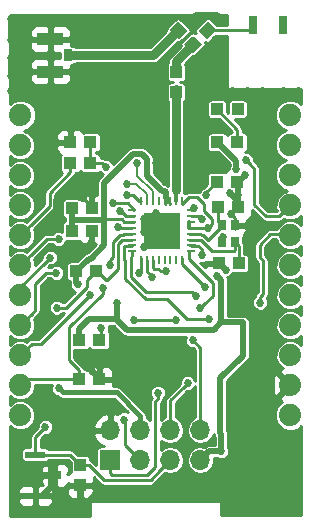
<source format=gtl>
%TF.GenerationSoftware,KiCad,Pcbnew,4.0.6*%
%TF.CreationDate,2017-10-26T23:28:33-04:00*%
%TF.ProjectId,ESP8285Lite,455350383238354C6974652E6B696361,rev?*%
%TF.FileFunction,Copper,L1,Top,Signal*%
%FSLAX46Y46*%
G04 Gerber Fmt 4.6, Leading zero omitted, Abs format (unit mm)*
G04 Created by KiCad (PCBNEW 4.0.6) date 10/26/17 23:28:33*
%MOMM*%
%LPD*%
G01*
G04 APERTURE LIST*
%ADD10C,0.127000*%
%ADD11R,0.998220X0.998220*%
%ADD12C,1.879600*%
%ADD13R,0.787400X0.889000*%
%ADD14R,0.800000X1.600000*%
%ADD15R,1.700000X1.700000*%
%ADD16O,1.700000X1.700000*%
%ADD17R,0.284480X0.797560*%
%ADD18R,0.797560X0.284480*%
%ADD19R,3.149600X3.149600*%
%ADD20R,1.099820X0.998220*%
%ADD21R,2.199640X1.049020*%
%ADD22R,0.797560X0.998220*%
%ADD23R,0.998220X1.099820*%
%ADD24R,1.699260X0.599440*%
%ADD25R,1.099820X0.797560*%
%ADD26C,0.685800*%
%ADD27C,0.254000*%
%ADD28C,0.500000*%
%ADD29C,0.200000*%
%ADD30C,0.152400*%
%ADD31C,0.300000*%
%ADD32C,0.800000*%
%ADD33C,0.400000*%
G04 APERTURE END LIST*
D10*
D11*
X148729700Y-85852000D03*
X150482300Y-85852000D03*
D12*
X154940000Y-111760000D03*
X154940000Y-109220000D03*
X154940000Y-106680000D03*
X154940000Y-104140000D03*
X154940000Y-101600000D03*
X154940000Y-99060000D03*
X154940000Y-96520000D03*
X154940000Y-93980000D03*
X154940000Y-91440000D03*
X154940000Y-88900000D03*
X154940000Y-86360000D03*
D13*
X150205060Y-97083500D03*
X150205060Y-95686500D03*
X149117940Y-95686500D03*
X149117940Y-97083500D03*
D14*
X151735000Y-78740000D03*
X154335000Y-78740000D03*
D12*
X132080000Y-86360000D03*
X132080000Y-88900000D03*
X132080000Y-91440000D03*
X132080000Y-93980000D03*
X132080000Y-96520000D03*
X132080000Y-99060000D03*
X132080000Y-101600000D03*
X132080000Y-104140000D03*
X132080000Y-106680000D03*
X132080000Y-109220000D03*
X132080000Y-111760000D03*
D15*
X139700000Y-115570000D03*
D16*
X139700000Y-113030000D03*
X142240000Y-115570000D03*
X142240000Y-113030000D03*
X144780000Y-115570000D03*
X144780000Y-113030000D03*
X147320000Y-115570000D03*
X147320000Y-113030000D03*
D17*
X145778220Y-93626940D03*
X145280380Y-93626940D03*
X144780000Y-93626940D03*
X144279620Y-93626940D03*
X143781780Y-93626940D03*
X143281400Y-93626940D03*
X142781020Y-93626940D03*
X142283180Y-93626940D03*
D18*
X141531340Y-94378780D03*
X141531340Y-94876620D03*
X141531340Y-95377000D03*
X141531340Y-95877380D03*
X141531340Y-96375220D03*
X141531340Y-96875600D03*
X141531340Y-97375980D03*
X141531340Y-97873820D03*
D17*
X142283180Y-98625660D03*
X142781020Y-98625660D03*
X143281400Y-98625660D03*
X143781780Y-98625660D03*
X144279620Y-98625660D03*
X144780000Y-98625660D03*
X145280380Y-98625660D03*
X145778220Y-98625660D03*
D18*
X146530060Y-97873820D03*
X146530060Y-97375980D03*
X146530060Y-96875600D03*
X146530060Y-96375220D03*
X146530060Y-95877380D03*
X146530060Y-95377000D03*
X146530060Y-94876620D03*
X146530060Y-94378780D03*
D19*
X144030700Y-96126300D03*
D20*
X137073640Y-105410000D03*
X138770360Y-105410000D03*
X138516360Y-99568000D03*
X136819640Y-99568000D03*
X136438640Y-96139000D03*
X138135360Y-96139000D03*
X137073640Y-108712000D03*
X138770360Y-108712000D03*
X150573360Y-98900000D03*
X148876640Y-98900000D03*
X148800000Y-94100000D03*
X150496720Y-94100000D03*
X148757640Y-92000000D03*
X150454360Y-92000000D03*
X148757640Y-88646000D03*
X150454360Y-88646000D03*
X136311640Y-90424000D03*
X138008360Y-90424000D03*
X138008360Y-88646000D03*
X136311640Y-88646000D03*
D21*
X134620000Y-79905860D03*
X134620000Y-82654140D03*
D22*
X136144000Y-81280000D03*
D23*
X145288000Y-82717640D03*
X145288000Y-84414360D03*
D10*
G36*
X144708350Y-79120198D02*
X145414198Y-78414350D01*
X146191888Y-79192040D01*
X145486040Y-79897888D01*
X144708350Y-79120198D01*
X144708350Y-79120198D01*
G37*
G36*
X145908112Y-80319960D02*
X146613960Y-79614112D01*
X147391650Y-80391802D01*
X146685802Y-81097650D01*
X145908112Y-80319960D01*
X145908112Y-80319960D01*
G37*
G36*
X147955802Y-78414350D02*
X148661650Y-79120198D01*
X147883960Y-79897888D01*
X147178112Y-79192040D01*
X147955802Y-78414350D01*
X147955802Y-78414350D01*
G37*
G36*
X146756040Y-79614112D02*
X147461888Y-80319960D01*
X146684198Y-81097650D01*
X145978350Y-80391802D01*
X146756040Y-79614112D01*
X146756040Y-79614112D01*
G37*
D20*
X136438640Y-94234000D03*
X138135360Y-94234000D03*
D23*
X137160000Y-115991640D03*
X137160000Y-117688360D03*
D24*
X133350000Y-118587520D03*
X133350000Y-115092480D03*
D25*
X134998460Y-116840000D03*
D26*
X146229673Y-109040327D03*
X148082000Y-103632000D03*
X141732000Y-103720910D03*
X145280204Y-103699702D03*
X146777090Y-94191468D03*
X134196946Y-112743281D03*
X138938000Y-104394000D03*
X151892000Y-95758000D03*
X145288000Y-105918000D03*
X145669000Y-107442000D03*
X153035000Y-105283000D03*
X151964387Y-108077000D03*
X150622000Y-109601000D03*
X150368000Y-112141000D03*
X145923000Y-111887000D03*
X145923000Y-110490000D03*
X144526000Y-108458000D03*
X141986000Y-105918000D03*
X140970000Y-107061000D03*
X140843000Y-108966000D03*
X139192000Y-110998000D03*
X137668000Y-111379000D03*
X136398000Y-112395000D03*
X134112000Y-103505000D03*
X134747000Y-95758000D03*
X135128000Y-94742000D03*
X136144000Y-92964000D03*
X153035000Y-93599000D03*
X153035000Y-92583000D03*
X152908000Y-91059000D03*
X151765000Y-99060000D03*
X151003000Y-100076000D03*
X153416000Y-97663000D03*
X153416000Y-99187000D03*
X153416000Y-110490000D03*
X153543000Y-112903000D03*
X155194000Y-113665000D03*
X155448000Y-115443000D03*
X155448000Y-116967000D03*
X155448000Y-118491000D03*
X154432000Y-119634000D03*
X152908000Y-119634000D03*
X151384000Y-119634000D03*
X149987000Y-119634000D03*
X148971000Y-118491000D03*
X147447000Y-118491000D03*
X145796000Y-118491000D03*
X144399000Y-118491000D03*
X142875000Y-118491000D03*
X141351000Y-118491000D03*
X139827000Y-118491000D03*
X138430000Y-118491000D03*
X134774348Y-97528205D03*
X144297854Y-91922146D03*
X143545117Y-94663238D03*
X144030700Y-96126300D03*
X142574373Y-97542284D03*
X142574603Y-96219706D03*
X142572099Y-95174865D03*
X134190114Y-100922215D03*
X138060233Y-97166233D03*
X137552233Y-97674233D03*
X149485952Y-99493119D03*
X136842500Y-98234500D03*
X133858000Y-86106000D03*
X133096000Y-85090000D03*
X142065797Y-88688501D03*
X140716044Y-88892221D03*
X143566517Y-90424000D03*
X133350000Y-116840000D03*
X137160000Y-119634000D03*
X139700000Y-88646000D03*
X138430000Y-87122000D03*
X136398000Y-87122000D03*
X148590000Y-87122000D03*
X147574000Y-87884000D03*
X148082000Y-89916000D03*
X147320000Y-90678000D03*
X131318000Y-84328000D03*
X131318000Y-83058000D03*
X131318000Y-81534000D03*
X131318000Y-80010000D03*
X131318000Y-78232000D03*
X133858000Y-78232000D03*
X135636000Y-78232000D03*
X138430000Y-78232000D03*
X139700000Y-78232000D03*
X141224000Y-78232000D03*
X143002000Y-78232000D03*
X149098000Y-78232000D03*
X146558000Y-78232000D03*
X144780000Y-78232000D03*
X143764000Y-79248000D03*
X142748000Y-80264000D03*
X141224000Y-80264000D03*
X139700000Y-80264000D03*
X138176000Y-80264000D03*
X136655018Y-80249717D03*
X136652000Y-78486000D03*
X132588000Y-78486000D03*
X132588000Y-81280000D03*
X132588000Y-82550000D03*
X132588000Y-84074000D03*
X133858000Y-84074000D03*
X135636000Y-84074000D03*
X136652000Y-84074000D03*
X136652000Y-83058000D03*
X137414000Y-82296000D03*
X138684000Y-82296000D03*
X139954000Y-82296000D03*
X141478000Y-82296000D03*
X143002000Y-82296000D03*
X144245988Y-82550000D03*
X144245988Y-84074000D03*
X144272000Y-85598000D03*
X144272000Y-86868000D03*
X144272000Y-88138000D03*
X144272000Y-89408000D03*
X144272000Y-90678000D03*
X143510000Y-88900000D03*
X140462000Y-87376000D03*
X134874000Y-87122000D03*
X146304000Y-91186000D03*
X146304000Y-90170000D03*
X146304000Y-89408000D03*
X146304000Y-88392000D03*
X146304000Y-87376000D03*
X146304000Y-86360000D03*
X146304000Y-85344000D03*
X146330012Y-84328000D03*
X146328016Y-83314065D03*
X146330012Y-82296000D03*
X147066000Y-81534000D03*
X147828000Y-80772000D03*
X148590000Y-80010000D03*
X149352000Y-80010000D03*
X149352000Y-81026000D03*
X149352000Y-82042000D03*
X149352000Y-83058000D03*
X149352000Y-84074000D03*
X150114000Y-84328000D03*
X151384000Y-84328000D03*
X152654000Y-84328000D03*
X154432000Y-84328000D03*
X155702000Y-84328000D03*
X153670000Y-85090000D03*
X152908000Y-86614000D03*
X152400000Y-88646000D03*
X152400000Y-89916000D03*
X151130000Y-91440000D03*
X149872688Y-94745554D03*
X149860000Y-92964000D03*
X138173935Y-107974016D03*
X151141662Y-96774000D03*
X149268458Y-96673902D03*
X137372124Y-93342816D03*
X134366000Y-88392000D03*
X131572000Y-119888000D03*
X132842000Y-119888000D03*
X135382000Y-119888000D03*
X131572000Y-113284000D03*
X131572000Y-114808000D03*
X135128000Y-113030000D03*
X134366000Y-110744000D03*
X134112000Y-109728000D03*
X131572000Y-117348000D03*
X140280643Y-102273090D03*
X136921847Y-100671224D03*
X142096239Y-99710869D03*
X148722303Y-99942010D03*
X147924157Y-95930076D03*
X150368000Y-90932000D03*
X149098000Y-114808000D03*
X141980705Y-90410941D03*
X139300727Y-90716090D03*
X135314813Y-96826378D03*
X141097000Y-93091000D03*
X139935536Y-93812387D03*
X134615112Y-98399587D03*
X140540237Y-94459688D03*
X135128000Y-99695000D03*
X140323736Y-95840695D03*
X137981326Y-101550597D03*
X139065000Y-100965000D03*
X139700000Y-99060000D03*
X135162302Y-102650302D03*
X135305813Y-109474000D03*
X146971732Y-101632732D03*
X147716716Y-100887748D03*
X146685000Y-105410000D03*
X147315738Y-102699395D03*
X152371531Y-102221706D03*
X143725910Y-109855000D03*
X147443003Y-98190387D03*
X150482300Y-85852000D03*
X151149695Y-90123472D03*
X147447000Y-95123000D03*
X147812403Y-93118465D03*
X143244560Y-100007939D03*
X144432025Y-99567257D03*
X140843000Y-112141000D03*
X141097000Y-92151187D03*
D27*
X144454909Y-101927011D02*
X146159898Y-103632000D01*
X141502741Y-97404579D02*
X140870959Y-97404579D01*
X140870959Y-97404579D02*
X140805559Y-97469979D01*
X140972328Y-98698804D02*
X140972328Y-100220480D01*
X140972328Y-100220480D02*
X142678859Y-101927011D01*
X142678859Y-101927011D02*
X144454909Y-101927011D01*
X140805559Y-97469979D02*
X140805560Y-98532036D01*
X141531340Y-97375980D02*
X141502741Y-97404579D01*
X146159898Y-103632000D02*
X147597067Y-103632000D01*
X140805560Y-98532036D02*
X140972328Y-98698804D01*
X147597067Y-103632000D02*
X148082000Y-103632000D01*
X145886774Y-109383226D02*
X146229673Y-109040327D01*
X144780000Y-110490000D02*
X145886774Y-109383226D01*
X144780000Y-113030000D02*
X144780000Y-110490000D01*
X154598274Y-103798274D02*
X154940000Y-104140000D01*
X143930001Y-116419999D02*
X144780000Y-115570000D01*
X143094988Y-117255012D02*
X143930001Y-116419999D01*
X139176482Y-117255012D02*
X143094988Y-117255012D01*
X137913110Y-115991640D02*
X139176482Y-117255012D01*
X137160000Y-115991640D02*
X137913110Y-115991640D01*
X145280204Y-103699702D02*
X141753208Y-103699702D01*
X141753208Y-103699702D02*
X141732000Y-103720910D01*
X146777090Y-94191468D02*
X146717372Y-94191468D01*
X146717372Y-94191468D02*
X146530060Y-94378780D01*
X133854047Y-113086180D02*
X134196946Y-112743281D01*
X133350000Y-113590227D02*
X133854047Y-113086180D01*
X133350000Y-115092480D02*
X133350000Y-113590227D01*
X138938000Y-104394000D02*
X138938000Y-105242360D01*
X138938000Y-105242360D02*
X138770360Y-105410000D01*
X133350000Y-115092480D02*
X136311640Y-115092480D01*
X136311640Y-115092480D02*
X137160000Y-115940840D01*
X137160000Y-115940840D02*
X137160000Y-115991640D01*
D28*
X151141662Y-96774000D02*
X151141662Y-96508338D01*
X151141662Y-96508338D02*
X151892000Y-95758000D01*
X145669000Y-107442000D02*
X145669000Y-106299000D01*
X145669000Y-106299000D02*
X145288000Y-105918000D01*
X151964387Y-105283000D02*
X151964387Y-103450387D01*
X151964387Y-108077000D02*
X151964387Y-105283000D01*
X151964387Y-105283000D02*
X153035000Y-105283000D01*
X151964387Y-109038387D02*
X151964387Y-108077000D01*
X150368000Y-112141000D02*
X150368000Y-109855000D01*
X150368000Y-109855000D02*
X150622000Y-109601000D01*
X145923000Y-110490000D02*
X145923000Y-111887000D01*
X141986000Y-105918000D02*
X144526000Y-108458000D01*
X140843000Y-108966000D02*
X140843000Y-107188000D01*
X140843000Y-107188000D02*
X140970000Y-107061000D01*
X137668000Y-111379000D02*
X138811000Y-111379000D01*
X138811000Y-111379000D02*
X139192000Y-110998000D01*
X135128000Y-113030000D02*
X135763000Y-113030000D01*
X135763000Y-113030000D02*
X136398000Y-112395000D01*
X134190114Y-100922215D02*
X134190114Y-103426886D01*
X134190114Y-103426886D02*
X134112000Y-103505000D01*
X136144000Y-92964000D02*
X135659067Y-92964000D01*
X135659067Y-92964000D02*
X135128000Y-93495067D01*
X135128000Y-93495067D02*
X135128000Y-93685618D01*
X135128000Y-93685618D02*
X135128000Y-94742000D01*
X153035000Y-92583000D02*
X153035000Y-93599000D01*
X152400000Y-89916000D02*
X152400000Y-90551000D01*
X152400000Y-90551000D02*
X152908000Y-91059000D01*
X151765000Y-99060000D02*
X151765000Y-98575067D01*
X151765000Y-98575067D02*
X151573271Y-98383338D01*
X151573271Y-98383338D02*
X151573271Y-97205609D01*
X151573271Y-97205609D02*
X151484561Y-97116899D01*
X151484561Y-97116899D02*
X151141662Y-96774000D01*
X151964387Y-103450387D02*
X151003000Y-102489000D01*
X151003000Y-102489000D02*
X151003000Y-100076000D01*
X153416000Y-110490000D02*
X151964387Y-109038387D01*
X153416000Y-110490000D02*
X153416000Y-99187000D01*
X155194000Y-113665000D02*
X154305000Y-113665000D01*
X154305000Y-113665000D02*
X153543000Y-112903000D01*
X155448000Y-116967000D02*
X155448000Y-115443000D01*
X154432000Y-119634000D02*
X154432000Y-119507000D01*
X154432000Y-119507000D02*
X155448000Y-118491000D01*
X151384000Y-119634000D02*
X152908000Y-119634000D01*
X148971000Y-118491000D02*
X148971000Y-118618000D01*
X148971000Y-118618000D02*
X149987000Y-119634000D01*
X145796000Y-118491000D02*
X147447000Y-118491000D01*
X142875000Y-118491000D02*
X144399000Y-118491000D01*
X139827000Y-118491000D02*
X141351000Y-118491000D01*
X137160000Y-119634000D02*
X137287000Y-119634000D01*
X137287000Y-119634000D02*
X138430000Y-118491000D01*
X134906217Y-97660074D02*
X134774348Y-97528205D01*
X134772305Y-97526162D02*
X134774348Y-97528205D01*
X138135360Y-97138110D02*
X137613396Y-97660074D01*
X134413946Y-97526162D02*
X134772305Y-97526162D01*
X137613396Y-97660074D02*
X134906217Y-97660074D01*
X143954955Y-91579247D02*
X144297854Y-91922146D01*
X143566517Y-91190809D02*
X143954955Y-91579247D01*
X143566517Y-90424000D02*
X143566517Y-91190809D01*
X142572099Y-95174865D02*
X142572099Y-96217202D01*
X142572099Y-96217202D02*
X142574603Y-96219706D01*
D29*
X144030700Y-96126300D02*
X143937294Y-96219706D01*
D28*
X138135360Y-96139000D02*
X138135360Y-97138110D01*
X137402767Y-97674233D02*
X137552233Y-97674233D01*
X136842500Y-98234500D02*
X137402767Y-97674233D01*
X138135360Y-97138110D02*
X138107237Y-97166233D01*
X138107237Y-97166233D02*
X138060233Y-97166233D01*
X138060233Y-97166233D02*
X137552233Y-97674233D01*
X148892833Y-98900000D02*
X149143053Y-99150220D01*
X148876640Y-98900000D02*
X148892833Y-98900000D01*
X149143053Y-99150220D02*
X149485952Y-99493119D01*
X131318000Y-84328000D02*
X132334000Y-84328000D01*
X132334000Y-84328000D02*
X133096000Y-85090000D01*
X140716044Y-88892221D02*
X141862077Y-88892221D01*
X141862077Y-88892221D02*
X142065797Y-88688501D01*
X134998460Y-116840000D02*
X133350000Y-116840000D01*
X137160000Y-117688360D02*
X137160000Y-119634000D01*
X140462000Y-87376000D02*
X140462000Y-87884000D01*
X140462000Y-87884000D02*
X139700000Y-88646000D01*
X136398000Y-87122000D02*
X138430000Y-87122000D01*
X134874000Y-87122000D02*
X136398000Y-87122000D01*
X147574000Y-89408000D02*
X147574000Y-87884000D01*
X148082000Y-89916000D02*
X147574000Y-89408000D01*
X146304000Y-91186000D02*
X146812000Y-91186000D01*
X146812000Y-91186000D02*
X147320000Y-90678000D01*
X131318000Y-81534000D02*
X131318000Y-83058000D01*
X131318000Y-78232000D02*
X131318000Y-80010000D01*
X135636000Y-78232000D02*
X133858000Y-78232000D01*
X139700000Y-78232000D02*
X138430000Y-78232000D01*
X143002000Y-78232000D02*
X141224000Y-78232000D01*
X146558000Y-78232000D02*
X146900899Y-77889101D01*
X146900899Y-77889101D02*
X148755101Y-77889101D01*
X148755101Y-77889101D02*
X149098000Y-78232000D01*
X143764000Y-79248000D02*
X144780000Y-78232000D01*
X141224000Y-80264000D02*
X142748000Y-80264000D01*
X138176000Y-80264000D02*
X139700000Y-80264000D01*
X136652000Y-78486000D02*
X136652000Y-80246699D01*
X136652000Y-80246699D02*
X136655018Y-80249717D01*
X132588000Y-81280000D02*
X132588000Y-78486000D01*
X132588000Y-84074000D02*
X132588000Y-82550000D01*
X135636000Y-84074000D02*
X133858000Y-84074000D01*
X136652000Y-83058000D02*
X136652000Y-84074000D01*
X138684000Y-82296000D02*
X137414000Y-82296000D01*
X141478000Y-82296000D02*
X139954000Y-82296000D01*
X144245988Y-82550000D02*
X143256000Y-82550000D01*
X143256000Y-82550000D02*
X143002000Y-82296000D01*
X144272000Y-85598000D02*
X144272000Y-84100012D01*
X144272000Y-84100012D02*
X144245988Y-84074000D01*
X144272000Y-88138000D02*
X144272000Y-86868000D01*
X144272000Y-90678000D02*
X144272000Y-89408000D01*
X140462000Y-87376000D02*
X141986000Y-87376000D01*
X141986000Y-87376000D02*
X143510000Y-88900000D01*
X134366000Y-88392000D02*
X134366000Y-87630000D01*
X134366000Y-87630000D02*
X134874000Y-87122000D01*
X146304000Y-90170000D02*
X146304000Y-91186000D01*
X146304000Y-88392000D02*
X146304000Y-89408000D01*
X146304000Y-86360000D02*
X146304000Y-87376000D01*
X146330012Y-84328000D02*
X146330012Y-85317988D01*
X146330012Y-85317988D02*
X146304000Y-85344000D01*
X146330012Y-82296000D02*
X146330012Y-83312069D01*
X146330012Y-83312069D02*
X146328016Y-83314065D01*
X147828000Y-80772000D02*
X147066000Y-81534000D01*
X149352000Y-80010000D02*
X148590000Y-80010000D01*
X149352000Y-82042000D02*
X149352000Y-81026000D01*
X149352000Y-84074000D02*
X149352000Y-83058000D01*
X151384000Y-84328000D02*
X150114000Y-84328000D01*
X154432000Y-84328000D02*
X152654000Y-84328000D01*
X155702000Y-84328000D02*
X154432000Y-84328000D01*
X152908000Y-86614000D02*
X152908000Y-85852000D01*
X152908000Y-85852000D02*
X153670000Y-85090000D01*
X152400000Y-89916000D02*
X152400000Y-88646000D01*
X150454360Y-92000000D02*
X150570000Y-92000000D01*
X150570000Y-92000000D02*
X151130000Y-91440000D01*
X134699630Y-115982200D02*
X134559631Y-115842201D01*
X134699630Y-117787800D02*
X134699630Y-115982200D01*
X133899910Y-118587520D02*
X134699630Y-117787800D01*
X133350000Y-118587520D02*
X133899910Y-118587520D01*
X134559631Y-115842201D02*
X132140369Y-115842201D01*
X132140369Y-115842201D02*
X132050369Y-115752201D01*
D27*
X150205060Y-95686500D02*
X150205060Y-95077926D01*
X150205060Y-95077926D02*
X149872688Y-94745554D01*
D28*
X150496720Y-94100000D02*
X150496720Y-93600720D01*
X150496720Y-93600720D02*
X149860000Y-92964000D01*
X138770360Y-108712000D02*
X138770360Y-108570441D01*
X138770360Y-108570441D02*
X138173935Y-107974016D01*
D29*
X151141662Y-96774000D02*
X151130000Y-96762338D01*
X151130000Y-96762338D02*
X151130000Y-96520000D01*
X149117940Y-97083500D02*
X149117940Y-96824420D01*
X149117940Y-96824420D02*
X149268458Y-96673902D01*
D27*
X150205060Y-95686500D02*
X150205060Y-95996380D01*
X138135360Y-94234000D02*
X138135360Y-94106052D01*
X138135360Y-94106052D02*
X137372124Y-93342816D01*
X136311640Y-88646000D02*
X134620000Y-88646000D01*
X134620000Y-88646000D02*
X134366000Y-88392000D01*
D28*
X135382000Y-119888000D02*
X132842000Y-119888000D01*
X131572000Y-114808000D02*
X131572000Y-113284000D01*
X134366000Y-110744000D02*
X135128000Y-111506000D01*
X135128000Y-111506000D02*
X135128000Y-113030000D01*
X134112000Y-109728000D02*
X134112000Y-110490000D01*
X134112000Y-110490000D02*
X134366000Y-110744000D01*
X132050369Y-115752201D02*
X132050369Y-113846537D01*
X132050369Y-113846537D02*
X133469801Y-112427105D01*
X133469801Y-112427105D02*
X133469801Y-110370199D01*
X133469801Y-110370199D02*
X134112000Y-109728000D01*
X131572000Y-119888000D02*
X131572000Y-117348000D01*
D27*
X139245445Y-95170793D02*
X139166238Y-95250000D01*
X140645290Y-95170793D02*
X139245445Y-95170793D01*
X140851497Y-95377000D02*
X140645290Y-95170793D01*
D28*
X144374021Y-92868159D02*
X144374021Y-93346021D01*
X144032522Y-92778159D02*
X144284021Y-92778159D01*
X139142635Y-95226397D02*
X139142635Y-92075515D01*
X144284021Y-92778159D02*
X144374021Y-92868159D01*
X142773607Y-91519244D02*
X144032522Y-92778159D01*
X144374021Y-93346021D02*
X144500000Y-93472000D01*
X142773607Y-90030347D02*
X142773607Y-91519244D01*
X139166238Y-95250000D02*
X139142635Y-95226397D01*
X141600111Y-89618039D02*
X142361299Y-89618039D01*
X139142635Y-92075515D02*
X141600111Y-89618039D01*
D27*
X141732000Y-95377000D02*
X140851497Y-95377000D01*
D28*
X142361299Y-89618039D02*
X142773607Y-90030347D01*
X148484978Y-104513811D02*
X141120712Y-104513811D01*
X141120712Y-104513811D02*
X140208000Y-103601099D01*
X140280643Y-102758023D02*
X140280643Y-102273090D01*
X149098000Y-103900789D02*
X148484978Y-104513811D01*
X140280643Y-103528456D02*
X140280643Y-102758023D01*
X140208000Y-103601099D02*
X140280643Y-103528456D01*
X149098000Y-114808000D02*
X148082000Y-114808000D01*
X148082000Y-114808000D02*
X147320000Y-115570000D01*
X149098000Y-103900789D02*
X150946271Y-103900789D01*
X150946271Y-103900789D02*
X150946271Y-106696089D01*
X149011640Y-108630720D02*
X149011640Y-113284000D01*
X150946271Y-106696089D02*
X149011640Y-108630720D01*
X149011640Y-113284000D02*
X149098000Y-113370360D01*
X149098000Y-113370360D02*
X149098000Y-114808000D01*
X136819640Y-100569017D02*
X136921847Y-100671224D01*
X136819640Y-99568000D02*
X136819640Y-100569017D01*
D27*
X142283180Y-98625660D02*
X142283180Y-99523928D01*
X142283180Y-99523928D02*
X142096239Y-99710869D01*
D28*
X149098000Y-103900789D02*
X149098000Y-100317707D01*
X149098000Y-100317707D02*
X149065202Y-100284909D01*
X149065202Y-100284909D02*
X148722303Y-99942010D01*
D27*
X147386528Y-95877380D02*
X147439224Y-95930076D01*
X148267056Y-95587177D02*
X147924157Y-95930076D01*
X147020422Y-93273880D02*
X147631698Y-93885156D01*
X146329400Y-95877380D02*
X147386528Y-95877380D01*
X146331940Y-93273880D02*
X147020422Y-93273880D01*
X145778220Y-93827600D02*
X146331940Y-93273880D01*
X147631698Y-94472431D02*
X148267056Y-95107789D01*
X148267056Y-95107789D02*
X148267056Y-95587177D01*
X147439224Y-95930076D02*
X147924157Y-95930076D01*
X147631698Y-93885156D02*
X147631698Y-94472431D01*
D28*
X139166238Y-97375493D02*
X139166238Y-95250000D01*
X137868238Y-98519402D02*
X138022329Y-98519402D01*
X136819640Y-99568000D02*
X137868238Y-98519402D01*
X138022329Y-98519402D02*
X139166238Y-97375493D01*
X140208000Y-103601099D02*
X137883431Y-103601099D01*
X150368000Y-90932000D02*
X150368000Y-90256360D01*
X150368000Y-90256360D02*
X148757640Y-88646000D01*
X137883431Y-103601099D02*
X137073640Y-104410890D01*
X137073640Y-104410890D02*
X137073640Y-105410000D01*
X136438640Y-96139000D02*
X136438640Y-94996000D01*
X136438640Y-94996000D02*
X136438640Y-94234000D01*
X139166238Y-95250000D02*
X139106127Y-95189889D01*
X139106127Y-95189889D02*
X136632529Y-95189889D01*
X136632529Y-95189889D02*
X136438640Y-94996000D01*
D27*
X142283180Y-98425000D02*
X142283180Y-98634782D01*
D30*
X142283180Y-98425000D02*
X142283180Y-98574860D01*
D27*
X146379920Y-95877380D02*
X146329400Y-95826860D01*
D31*
X146329400Y-95826860D02*
X146329400Y-95875359D01*
X146329400Y-95377000D02*
X146329400Y-95826860D01*
D27*
X144500000Y-93286238D02*
X144500000Y-93472000D01*
X144500000Y-93472000D02*
X144500000Y-93607220D01*
X144500000Y-93286238D02*
X144500000Y-93547600D01*
X144500000Y-93547600D02*
X144780000Y-93827600D01*
X144500000Y-93607220D02*
X144279620Y-93827600D01*
D31*
X145288000Y-92710000D02*
X145280380Y-92717620D01*
X145280380Y-92717620D02*
X145280380Y-93626940D01*
D32*
X145288000Y-84160360D02*
X145288000Y-92710000D01*
D29*
X143281400Y-92804870D02*
X141980705Y-91504175D01*
X141980705Y-91504175D02*
X141980705Y-90895874D01*
X143281400Y-93827600D02*
X143281400Y-92804870D01*
X141980705Y-90895874D02*
X141980705Y-90410941D01*
D27*
X138008360Y-90424000D02*
X139008637Y-90424000D01*
X139008637Y-90424000D02*
X139300727Y-90716090D01*
X138008360Y-88646000D02*
X138008360Y-90424000D01*
X134829880Y-96826378D02*
X135314813Y-96826378D01*
X133019799Y-98104293D02*
X134297714Y-96826378D01*
X133019799Y-98120201D02*
X133019799Y-98104293D01*
X132080000Y-99060000D02*
X133019799Y-98120201D01*
X134297714Y-96826378D02*
X134829880Y-96826378D01*
X141097000Y-93091000D02*
X141581933Y-93091000D01*
X141581933Y-93091000D02*
X142117873Y-93626940D01*
X142117873Y-93626940D02*
X142257779Y-93626940D01*
X141143006Y-93789786D02*
X139958137Y-93789786D01*
X141732000Y-94378780D02*
X141143006Y-93789786D01*
X139958137Y-93789786D02*
X139935536Y-93812387D01*
X134272213Y-98742486D02*
X134615112Y-98399587D01*
X132080000Y-101600000D02*
X132080000Y-100934699D01*
X132080000Y-100934699D02*
X134272213Y-98742486D01*
X141732000Y-94876620D02*
X141021152Y-94876620D01*
X141021152Y-94876620D02*
X140604220Y-94459688D01*
X140604220Y-94459688D02*
X140540237Y-94459688D01*
X133346801Y-100714199D02*
X133346801Y-100611907D01*
X133346801Y-100611907D02*
X134263708Y-99695000D01*
X134263708Y-99695000D02*
X135128000Y-99695000D01*
X133346801Y-100714199D02*
X133346801Y-102873199D01*
X133346801Y-102873199D02*
X133019799Y-103200201D01*
X133019799Y-103200201D02*
X132080000Y-104140000D01*
X140360421Y-95877380D02*
X140323736Y-95840695D01*
X141531340Y-95877380D02*
X140360421Y-95877380D01*
X133019799Y-105740201D02*
X133791722Y-105740201D01*
X133791722Y-105740201D02*
X137981326Y-101550597D01*
X132080000Y-106680000D02*
X133019799Y-105740201D01*
X139897538Y-98377529D02*
X139700000Y-98575067D01*
X140878560Y-96375220D02*
X140757220Y-96496560D01*
X140757220Y-96496560D02*
X140494841Y-96496560D01*
X140255920Y-96735483D02*
X139897538Y-97093864D01*
X139700000Y-98575067D02*
X139700000Y-99060000D01*
X139897538Y-97093864D02*
X139897538Y-98377529D01*
X140494841Y-96496560D02*
X140255920Y-96735483D01*
X141531340Y-96375220D02*
X140878560Y-96375220D01*
X137073640Y-108712000D02*
X132588000Y-108712000D01*
X132588000Y-108712000D02*
X132080000Y-109220000D01*
X136196729Y-104318204D02*
X136196729Y-107081979D01*
X136196729Y-107081979D02*
X137073640Y-107958890D01*
X139065000Y-100965000D02*
X139065000Y-101449933D01*
X139065000Y-101449933D02*
X136196729Y-104318204D01*
X137073640Y-107958890D02*
X137073640Y-108712000D01*
X140682901Y-96950569D02*
X140351549Y-97281923D01*
X141531340Y-96875600D02*
X141022364Y-96875600D01*
X141022364Y-96875600D02*
X140947396Y-96950568D01*
X140351549Y-97281923D02*
X140351550Y-98720094D01*
X139430346Y-100321110D02*
X139320270Y-100321110D01*
X140369902Y-99381554D02*
X139430346Y-100321110D01*
X140351550Y-98720094D02*
X140369902Y-98738446D01*
X140369902Y-98738446D02*
X140369902Y-99381554D01*
X139320270Y-100321110D02*
X138567160Y-99568000D01*
X138567160Y-99568000D02*
X138516360Y-99568000D01*
X140947396Y-96950568D02*
X140682901Y-96950569D01*
D33*
X135648712Y-109816899D02*
X135305813Y-109474000D01*
X142240000Y-113030000D02*
X142240000Y-111827919D01*
X140228980Y-109816899D02*
X135648712Y-109816899D01*
X142240000Y-111827919D02*
X140228980Y-109816899D01*
D27*
X138516360Y-99568000D02*
X138465560Y-99568000D01*
X135647235Y-102650302D02*
X135162302Y-102650302D01*
X135934225Y-102650302D02*
X135647235Y-102650302D01*
X137712450Y-100321110D02*
X137712450Y-100872077D01*
X138465560Y-99568000D02*
X137712450Y-100321110D01*
X137712450Y-100872077D02*
X135934225Y-102650302D01*
X141426338Y-100032422D02*
X142683749Y-101289833D01*
X141426338Y-98375062D02*
X141426338Y-100032422D01*
X141531340Y-98270060D02*
X141426338Y-98375062D01*
X142683749Y-101289833D02*
X146628833Y-101289833D01*
X141531340Y-97873820D02*
X141531340Y-98270060D01*
X146628833Y-101289833D02*
X146971732Y-101632732D01*
X145778220Y-98949252D02*
X147373817Y-100544849D01*
X145778220Y-98425000D02*
X145778220Y-98949252D01*
X147373817Y-100544849D02*
X147716716Y-100887748D01*
X147320000Y-113030000D02*
X147320000Y-106045000D01*
X147320000Y-106045000D02*
X146685000Y-105410000D01*
X148386617Y-101628516D02*
X147658637Y-102356496D01*
X147658637Y-102356496D02*
X147315738Y-102699395D01*
X146329400Y-98508978D02*
X148386617Y-100566195D01*
X146329400Y-97873820D02*
X146329400Y-98508978D01*
X148386617Y-100566195D02*
X148386617Y-101628516D01*
X152629926Y-101478378D02*
X152371531Y-101736773D01*
X154820760Y-96400760D02*
X153241791Y-96400760D01*
X152629926Y-98666699D02*
X152629926Y-101478378D01*
X152328781Y-97313770D02*
X152328781Y-98365554D01*
X152371531Y-101736773D02*
X152371531Y-102221706D01*
X153241791Y-96400760D02*
X152328781Y-97313770D01*
X152328781Y-98365554D02*
X152629926Y-98666699D01*
X154940000Y-96520000D02*
X154820760Y-96400760D01*
X143725910Y-110339933D02*
X143725910Y-109855000D01*
X143510000Y-116121882D02*
X143510000Y-110555843D01*
X143510000Y-110555843D02*
X143725910Y-110339933D01*
X139700000Y-116674000D02*
X139827001Y-116801001D01*
X142830881Y-116801001D02*
X143510000Y-116121882D01*
X139700000Y-115570000D02*
X139700000Y-116674000D01*
X139827001Y-116801001D02*
X142830881Y-116801001D01*
X147443003Y-97705454D02*
X147443003Y-98190387D01*
X146558659Y-97404579D02*
X147142128Y-97404579D01*
X147142128Y-97404579D02*
X147443003Y-97705454D01*
X146530060Y-97375980D02*
X146558659Y-97404579D01*
X151892000Y-93980000D02*
X151892000Y-90865777D01*
X152831799Y-94919799D02*
X151892000Y-93980000D01*
X154000201Y-94919799D02*
X152831799Y-94919799D01*
X154940000Y-93980000D02*
X154000201Y-94919799D01*
X151892000Y-90865777D02*
X151492594Y-90466371D01*
X151492594Y-90466371D02*
X151149695Y-90123472D01*
X146329400Y-97375980D02*
X146869742Y-97375980D01*
X147378499Y-96950569D02*
X148282931Y-97855001D01*
X150205060Y-97782000D02*
X150205060Y-97083500D01*
X148282931Y-97855001D02*
X150132059Y-97855001D01*
X147249636Y-96950568D02*
X147378499Y-96950569D01*
X147174668Y-96875600D02*
X147249636Y-96950568D01*
X146329400Y-96875600D02*
X147174668Y-96875600D01*
X150132059Y-97855001D02*
X150205060Y-97782000D01*
X150573360Y-98900000D02*
X150573360Y-97451800D01*
X150573360Y-97451800D02*
X150205060Y-97083500D01*
X150573360Y-98900000D02*
X150522560Y-98900000D01*
X147962619Y-96892621D02*
X149117940Y-95737300D01*
X147566557Y-96496559D02*
X147962619Y-96892621D01*
X147437695Y-96496559D02*
X147566557Y-96496559D01*
X146329400Y-96375220D02*
X147316356Y-96375220D01*
X149117940Y-95737300D02*
X149117940Y-95686500D01*
X147316356Y-96375220D02*
X147437695Y-96496559D01*
X148800000Y-94100000D02*
X148800000Y-95368560D01*
X148800000Y-95368560D02*
X149117940Y-95686500D01*
X148876640Y-95445200D02*
X149117940Y-95686500D01*
X146530060Y-94876620D02*
X147200620Y-94876620D01*
X147200620Y-94876620D02*
X147447000Y-95123000D01*
X147812403Y-92894437D02*
X147812403Y-93118465D01*
X148706840Y-92000000D02*
X147812403Y-92894437D01*
X148757640Y-92000000D02*
X148706840Y-92000000D01*
D32*
X143326238Y-81280000D02*
X141645640Y-81280000D01*
X145450119Y-79156119D02*
X143326238Y-81280000D01*
X141645640Y-81280000D02*
X136144000Y-81280000D01*
D27*
X147919881Y-79156119D02*
X151711119Y-79156119D01*
X151711119Y-79156119D02*
X151735000Y-79180000D01*
D32*
X145288000Y-81788000D02*
X146720119Y-80355881D01*
X145288000Y-82717640D02*
X145288000Y-81788000D01*
D27*
X133019799Y-95580201D02*
X132080000Y-96520000D01*
X134550989Y-92937761D02*
X134550989Y-94049011D01*
X136311640Y-91177110D02*
X134550989Y-92937761D01*
X136311640Y-90424000D02*
X136311640Y-91177110D01*
X134550989Y-94049011D02*
X133019799Y-95580201D01*
X150454360Y-88646000D02*
X150454360Y-87576660D01*
X150454360Y-87576660D02*
X148729700Y-85852000D01*
X142781020Y-98625660D02*
X142781020Y-99544399D01*
X142781020Y-99544399D02*
X143244560Y-100007939D01*
X143947092Y-99567257D02*
X144432025Y-99567257D01*
X143731276Y-99351441D02*
X143947092Y-99567257D01*
X143377939Y-99351441D02*
X143731276Y-99351441D01*
X143281400Y-99254902D02*
X143377939Y-99351441D01*
X143281400Y-98625660D02*
X143281400Y-99254902D01*
D29*
X143281400Y-98795370D02*
X143281400Y-98425000D01*
D27*
X140843000Y-112141000D02*
X140931001Y-112229001D01*
X140931001Y-112229001D02*
X140931001Y-114261001D01*
X140931001Y-114261001D02*
X141390001Y-114720001D01*
X141390001Y-114720001D02*
X142240000Y-115570000D01*
D29*
X141904047Y-92151187D02*
X141581933Y-92151187D01*
X142781020Y-93028160D02*
X141904047Y-92151187D01*
X142781020Y-93626940D02*
X142781020Y-93028160D01*
X141581933Y-92151187D02*
X141097000Y-92151187D01*
D27*
G36*
X152510772Y-95240825D02*
X152658060Y-95339240D01*
X152684660Y-95344531D01*
X152831799Y-95373799D01*
X154000201Y-95373799D01*
X154173939Y-95339240D01*
X154321227Y-95240825D01*
X154424455Y-95137597D01*
X154686912Y-95246580D01*
X155190877Y-95247019D01*
X155656647Y-95054567D01*
X155867100Y-94844480D01*
X155867100Y-95655629D01*
X155658521Y-95446686D01*
X155193088Y-95253420D01*
X154689123Y-95252981D01*
X154223353Y-95445433D01*
X153866686Y-95801479D01*
X153806360Y-95946760D01*
X153241791Y-95946760D01*
X153068053Y-95981319D01*
X152920764Y-96079734D01*
X152007755Y-96992744D01*
X151909340Y-97140032D01*
X151874781Y-97313770D01*
X151874781Y-98365554D01*
X151905384Y-98519402D01*
X151909340Y-98539292D01*
X152007755Y-98686580D01*
X152175926Y-98854752D01*
X152175926Y-101290326D01*
X152050505Y-101415747D01*
X151952090Y-101563035D01*
X151919619Y-101726274D01*
X151803949Y-101841743D01*
X151701748Y-102087870D01*
X151701515Y-102354373D01*
X151803286Y-102600678D01*
X151991568Y-102789288D01*
X152237695Y-102891489D01*
X152504198Y-102891722D01*
X152750503Y-102789951D01*
X152939113Y-102601669D01*
X153041314Y-102355542D01*
X153041547Y-102089039D01*
X152939776Y-101842734D01*
X152923713Y-101826643D01*
X152950953Y-101799404D01*
X153049367Y-101652116D01*
X153083926Y-101478378D01*
X153083926Y-98666699D01*
X153055101Y-98521785D01*
X153049367Y-98492960D01*
X152950952Y-98345672D01*
X152782781Y-98177502D01*
X152782781Y-97501822D01*
X153429844Y-96854760D01*
X153707641Y-96854760D01*
X153865433Y-97236647D01*
X154221479Y-97593314D01*
X154686912Y-97786580D01*
X155190877Y-97787019D01*
X155656647Y-97594567D01*
X155867100Y-97384480D01*
X155867100Y-98195629D01*
X155658521Y-97986686D01*
X155193088Y-97793420D01*
X154689123Y-97792981D01*
X154223353Y-97985433D01*
X153866686Y-98341479D01*
X153673420Y-98806912D01*
X153672981Y-99310877D01*
X153865433Y-99776647D01*
X154221479Y-100133314D01*
X154686912Y-100326580D01*
X155190877Y-100327019D01*
X155656647Y-100134567D01*
X155867100Y-99924480D01*
X155867100Y-100735629D01*
X155658521Y-100526686D01*
X155193088Y-100333420D01*
X154689123Y-100332981D01*
X154223353Y-100525433D01*
X153866686Y-100881479D01*
X153673420Y-101346912D01*
X153672981Y-101850877D01*
X153865433Y-102316647D01*
X154221479Y-102673314D01*
X154686912Y-102866580D01*
X155190877Y-102867019D01*
X155656647Y-102674567D01*
X155867100Y-102464480D01*
X155867100Y-103275629D01*
X155658521Y-103066686D01*
X155193088Y-102873420D01*
X154689123Y-102872981D01*
X154223353Y-103065433D01*
X153866686Y-103421479D01*
X153673420Y-103886912D01*
X153672981Y-104390877D01*
X153865433Y-104856647D01*
X154221479Y-105213314D01*
X154686912Y-105406580D01*
X155190877Y-105407019D01*
X155656647Y-105214567D01*
X155867100Y-105004480D01*
X155867100Y-105815629D01*
X155658521Y-105606686D01*
X155193088Y-105413420D01*
X154689123Y-105412981D01*
X154223353Y-105605433D01*
X153866686Y-105961479D01*
X153673420Y-106426912D01*
X153672981Y-106930877D01*
X153865433Y-107396647D01*
X154221479Y-107753314D01*
X154278848Y-107777136D01*
X154101923Y-107850420D01*
X154010637Y-108111032D01*
X154940000Y-109040395D01*
X154954143Y-109026253D01*
X155133748Y-109205858D01*
X155119605Y-109220000D01*
X155133748Y-109234143D01*
X154954143Y-109413748D01*
X154940000Y-109399605D01*
X154010637Y-110328968D01*
X154101923Y-110589580D01*
X154214029Y-110630857D01*
X154192804Y-110639627D01*
X153820933Y-111010850D01*
X153619430Y-111496124D01*
X153618971Y-112021571D01*
X153819627Y-112507196D01*
X154190850Y-112879067D01*
X154676124Y-113080570D01*
X155201571Y-113081029D01*
X155687196Y-112880373D01*
X155867100Y-112700782D01*
X155867100Y-120173000D01*
X149027000Y-120173000D01*
X149027000Y-119100000D01*
X149016994Y-119050590D01*
X148988553Y-119008965D01*
X148946159Y-118981685D01*
X148900000Y-118973000D01*
X138100000Y-118973000D01*
X138050590Y-118983006D01*
X138008965Y-119011447D01*
X137981685Y-119053841D01*
X137973000Y-119100000D01*
X137973000Y-120273000D01*
X131152900Y-120273000D01*
X131152900Y-118873270D01*
X131865370Y-118873270D01*
X131865370Y-119013549D01*
X131962043Y-119246938D01*
X132140671Y-119425567D01*
X132374060Y-119522240D01*
X133064250Y-119522240D01*
X133223000Y-119363490D01*
X133223000Y-118714520D01*
X133477000Y-118714520D01*
X133477000Y-119363490D01*
X133635750Y-119522240D01*
X134325940Y-119522240D01*
X134559329Y-119425567D01*
X134737957Y-119246938D01*
X134834630Y-119013549D01*
X134834630Y-118873270D01*
X134675880Y-118714520D01*
X133477000Y-118714520D01*
X133223000Y-118714520D01*
X132024120Y-118714520D01*
X131865370Y-118873270D01*
X131152900Y-118873270D01*
X131152900Y-118161491D01*
X131865370Y-118161491D01*
X131865370Y-118301770D01*
X132024120Y-118460520D01*
X133223000Y-118460520D01*
X133223000Y-117811550D01*
X133477000Y-117811550D01*
X133477000Y-118460520D01*
X134675880Y-118460520D01*
X134834630Y-118301770D01*
X134834630Y-118161491D01*
X134757015Y-117974110D01*
X136025890Y-117974110D01*
X136025890Y-118364579D01*
X136122563Y-118597968D01*
X136301191Y-118776597D01*
X136534580Y-118873270D01*
X136874250Y-118873270D01*
X137033000Y-118714520D01*
X137033000Y-117815360D01*
X137287000Y-117815360D01*
X137287000Y-118714520D01*
X137445750Y-118873270D01*
X137785420Y-118873270D01*
X138018809Y-118776597D01*
X138197437Y-118597968D01*
X138294110Y-118364579D01*
X138294110Y-117974110D01*
X138135360Y-117815360D01*
X137287000Y-117815360D01*
X137033000Y-117815360D01*
X136184640Y-117815360D01*
X136025890Y-117974110D01*
X134757015Y-117974110D01*
X134737957Y-117928102D01*
X134683635Y-117873780D01*
X134712710Y-117873780D01*
X134871460Y-117715030D01*
X134871460Y-116967000D01*
X133972300Y-116967000D01*
X133813550Y-117125750D01*
X133813550Y-117365089D01*
X133910223Y-117598478D01*
X133964545Y-117652800D01*
X133635750Y-117652800D01*
X133477000Y-117811550D01*
X133223000Y-117811550D01*
X133064250Y-117652800D01*
X132374060Y-117652800D01*
X132140671Y-117749473D01*
X131962043Y-117928102D01*
X131865370Y-118161491D01*
X131152900Y-118161491D01*
X131152900Y-116314911D01*
X133813550Y-116314911D01*
X133813550Y-116554250D01*
X133972300Y-116713000D01*
X134871460Y-116713000D01*
X134871460Y-115964970D01*
X134712710Y-115806220D01*
X134322240Y-115806220D01*
X134088851Y-115902893D01*
X133910223Y-116081522D01*
X133813550Y-116314911D01*
X131152900Y-116314911D01*
X131152900Y-112624371D01*
X131361479Y-112833314D01*
X131826912Y-113026580D01*
X132330877Y-113027019D01*
X132796647Y-112834567D01*
X133153314Y-112478521D01*
X133346580Y-112013088D01*
X133347019Y-111509123D01*
X133154567Y-111043353D01*
X132798521Y-110686686D01*
X132333088Y-110493420D01*
X131829123Y-110492981D01*
X131363353Y-110685433D01*
X131152900Y-110895520D01*
X131152900Y-110084371D01*
X131361479Y-110293314D01*
X131826912Y-110486580D01*
X132330877Y-110487019D01*
X132796647Y-110294567D01*
X133153314Y-109938521D01*
X133346580Y-109473088D01*
X133346848Y-109166000D01*
X134708349Y-109166000D01*
X134636030Y-109340164D01*
X134635797Y-109606667D01*
X134737568Y-109852972D01*
X134925850Y-110041582D01*
X135171977Y-110143783D01*
X135230356Y-110143834D01*
X135276066Y-110189544D01*
X135390306Y-110265877D01*
X135447038Y-110303784D01*
X135648712Y-110343899D01*
X140010690Y-110343899D01*
X141152464Y-111485673D01*
X140987624Y-111417226D01*
X140699639Y-111416975D01*
X140433479Y-111526950D01*
X140279453Y-111680707D01*
X140056890Y-111588524D01*
X139827000Y-111709845D01*
X139827000Y-112903000D01*
X139847000Y-112903000D01*
X139847000Y-113157000D01*
X139827000Y-113157000D01*
X139827000Y-113177000D01*
X139573000Y-113177000D01*
X139573000Y-113157000D01*
X138379181Y-113157000D01*
X138258514Y-113386892D01*
X138504817Y-113911358D01*
X138933076Y-114301645D01*
X139138174Y-114386594D01*
X138850000Y-114386594D01*
X138728821Y-114409395D01*
X138617526Y-114481012D01*
X138542862Y-114590286D01*
X138516594Y-114720000D01*
X138516594Y-115953072D01*
X138234136Y-115670614D01*
X138086848Y-115572199D01*
X138075793Y-115570000D01*
X137992516Y-115553435D01*
X137992516Y-115441730D01*
X137969715Y-115320551D01*
X137898098Y-115209256D01*
X137788824Y-115134592D01*
X137659110Y-115108324D01*
X136969536Y-115108324D01*
X136632666Y-114771454D01*
X136485378Y-114673039D01*
X136478048Y-114671581D01*
X136311640Y-114638480D01*
X134488935Y-114638480D01*
X134438618Y-114560286D01*
X134329344Y-114485622D01*
X134199630Y-114459354D01*
X133804000Y-114459354D01*
X133804000Y-113778279D01*
X134169123Y-113413157D01*
X134329613Y-113413297D01*
X134575918Y-113311526D01*
X134764528Y-113123244D01*
X134866729Y-112877117D01*
X134866907Y-112673108D01*
X138258514Y-112673108D01*
X138379181Y-112903000D01*
X139573000Y-112903000D01*
X139573000Y-111709845D01*
X139343110Y-111588524D01*
X138933076Y-111758355D01*
X138504817Y-112148642D01*
X138258514Y-112673108D01*
X134866907Y-112673108D01*
X134866962Y-112610614D01*
X134765191Y-112364309D01*
X134576909Y-112175699D01*
X134330782Y-112073498D01*
X134064279Y-112073265D01*
X133817974Y-112175036D01*
X133629364Y-112363318D01*
X133527163Y-112609445D01*
X133527022Y-112771152D01*
X133028974Y-113269201D01*
X132930559Y-113416489D01*
X132896000Y-113590227D01*
X132896000Y-114459354D01*
X132500370Y-114459354D01*
X132379191Y-114482155D01*
X132267896Y-114553772D01*
X132193232Y-114663046D01*
X132166964Y-114792760D01*
X132166964Y-115392200D01*
X132189765Y-115513379D01*
X132261382Y-115624674D01*
X132370656Y-115699338D01*
X132500370Y-115725606D01*
X134199630Y-115725606D01*
X134320809Y-115702805D01*
X134432104Y-115631188D01*
X134489983Y-115546480D01*
X136123588Y-115546480D01*
X136327484Y-115750376D01*
X136327484Y-116541550D01*
X136335807Y-116585785D01*
X136301191Y-116600123D01*
X136183370Y-116717945D01*
X136183370Y-116712998D01*
X136024622Y-116712998D01*
X136183370Y-116554250D01*
X136183370Y-116314911D01*
X136086697Y-116081522D01*
X135908069Y-115902893D01*
X135674680Y-115806220D01*
X135284210Y-115806220D01*
X135125460Y-115964970D01*
X135125460Y-116713000D01*
X135145460Y-116713000D01*
X135145460Y-116967000D01*
X135125460Y-116967000D01*
X135125460Y-117715030D01*
X135284210Y-117873780D01*
X135674680Y-117873780D01*
X135908069Y-117777107D01*
X136086697Y-117598478D01*
X136126255Y-117502975D01*
X136184640Y-117561360D01*
X137033000Y-117561360D01*
X137033000Y-117541360D01*
X137287000Y-117541360D01*
X137287000Y-117561360D01*
X138135360Y-117561360D01*
X138294110Y-117402610D01*
X138294110Y-117014693D01*
X138855456Y-117576039D01*
X138970338Y-117652800D01*
X139002744Y-117674453D01*
X139176482Y-117709012D01*
X143094988Y-117709012D01*
X143268726Y-117674453D01*
X143416014Y-117576038D01*
X144251028Y-116741025D01*
X144251030Y-116741022D01*
X144318795Y-116673257D01*
X144329582Y-116680465D01*
X144780000Y-116770059D01*
X145230418Y-116680465D01*
X145612265Y-116425324D01*
X145867406Y-116043477D01*
X145957000Y-115593059D01*
X145957000Y-115546941D01*
X145867406Y-115096523D01*
X145612265Y-114714676D01*
X145230418Y-114459535D01*
X144780000Y-114369941D01*
X144329582Y-114459535D01*
X143964000Y-114703808D01*
X143964000Y-113896192D01*
X144329582Y-114140465D01*
X144780000Y-114230059D01*
X145230418Y-114140465D01*
X145612265Y-113885324D01*
X145867406Y-113503477D01*
X145957000Y-113053059D01*
X145957000Y-113006941D01*
X145867406Y-112556523D01*
X145612265Y-112174676D01*
X145234000Y-111921928D01*
X145234000Y-110678052D01*
X146201850Y-109710203D01*
X146362340Y-109710343D01*
X146608645Y-109608572D01*
X146797255Y-109420290D01*
X146866000Y-109254734D01*
X146866000Y-111921928D01*
X146487735Y-112174676D01*
X146232594Y-112556523D01*
X146143000Y-113006941D01*
X146143000Y-113053059D01*
X146232594Y-113503477D01*
X146487735Y-113885324D01*
X146869582Y-114140465D01*
X147320000Y-114230059D01*
X147770418Y-114140465D01*
X148152265Y-113885324D01*
X148407406Y-113503477D01*
X148442851Y-113325283D01*
X148478562Y-113504808D01*
X148521000Y-113568322D01*
X148521000Y-114231000D01*
X148082005Y-114231000D01*
X148082000Y-114230999D01*
X147861192Y-114274922D01*
X147673999Y-114399999D01*
X147673997Y-114400002D01*
X147640338Y-114433660D01*
X147320000Y-114369941D01*
X146869582Y-114459535D01*
X146487735Y-114714676D01*
X146232594Y-115096523D01*
X146143000Y-115546941D01*
X146143000Y-115593059D01*
X146232594Y-116043477D01*
X146487735Y-116425324D01*
X146869582Y-116680465D01*
X147320000Y-116770059D01*
X147770418Y-116680465D01*
X148152265Y-116425324D01*
X148407406Y-116043477D01*
X148497000Y-115593059D01*
X148497000Y-115546941D01*
X148464788Y-115385000D01*
X148740718Y-115385000D01*
X148964164Y-115477783D01*
X149230667Y-115478016D01*
X149476972Y-115376245D01*
X149665582Y-115187963D01*
X149767783Y-114941836D01*
X149768016Y-114675333D01*
X149675000Y-114450217D01*
X149675000Y-113370360D01*
X149654878Y-113269201D01*
X149631078Y-113149551D01*
X149588640Y-113086038D01*
X149588640Y-108969833D01*
X153353955Y-108969833D01*
X153378951Y-109595828D01*
X153570420Y-110058077D01*
X153831032Y-110149363D01*
X154760395Y-109220000D01*
X153831032Y-108290637D01*
X153570420Y-108381923D01*
X153353955Y-108969833D01*
X149588640Y-108969833D01*
X149588640Y-108869722D01*
X151354269Y-107104092D01*
X151354272Y-107104090D01*
X151468531Y-106933088D01*
X151479349Y-106916898D01*
X151523271Y-106696089D01*
X151523271Y-103900789D01*
X151479349Y-103679981D01*
X151354272Y-103492788D01*
X151167079Y-103367711D01*
X150946271Y-103323789D01*
X149675000Y-103323789D01*
X149675000Y-100317707D01*
X149669937Y-100292252D01*
X149631078Y-100096898D01*
X149581263Y-100022345D01*
X149786248Y-99937437D01*
X149964877Y-99758809D01*
X149979458Y-99723607D01*
X150023450Y-99732516D01*
X151123270Y-99732516D01*
X151244449Y-99709715D01*
X151355744Y-99638098D01*
X151430408Y-99528824D01*
X151456676Y-99399110D01*
X151456676Y-98400890D01*
X151433875Y-98279711D01*
X151362258Y-98168416D01*
X151252984Y-98093752D01*
X151123270Y-98067484D01*
X151027360Y-98067484D01*
X151027360Y-97451800D01*
X150992801Y-97278062D01*
X150975022Y-97251454D01*
X150932166Y-97187315D01*
X150932166Y-96680218D01*
X150958459Y-96669327D01*
X151137087Y-96490698D01*
X151233760Y-96257309D01*
X151233760Y-95972250D01*
X151075010Y-95813500D01*
X150332060Y-95813500D01*
X150332060Y-95833500D01*
X150078060Y-95833500D01*
X150078060Y-95813500D01*
X150058060Y-95813500D01*
X150058060Y-95559500D01*
X150078060Y-95559500D01*
X150078060Y-95539500D01*
X150332060Y-95539500D01*
X150332060Y-95559500D01*
X151075010Y-95559500D01*
X151233760Y-95400750D01*
X151233760Y-95208917D01*
X151406328Y-95137437D01*
X151584957Y-94958809D01*
X151681630Y-94725420D01*
X151681630Y-94411682D01*
X152510772Y-95240825D01*
X152510772Y-95240825D01*
G37*
X152510772Y-95240825D02*
X152658060Y-95339240D01*
X152684660Y-95344531D01*
X152831799Y-95373799D01*
X154000201Y-95373799D01*
X154173939Y-95339240D01*
X154321227Y-95240825D01*
X154424455Y-95137597D01*
X154686912Y-95246580D01*
X155190877Y-95247019D01*
X155656647Y-95054567D01*
X155867100Y-94844480D01*
X155867100Y-95655629D01*
X155658521Y-95446686D01*
X155193088Y-95253420D01*
X154689123Y-95252981D01*
X154223353Y-95445433D01*
X153866686Y-95801479D01*
X153806360Y-95946760D01*
X153241791Y-95946760D01*
X153068053Y-95981319D01*
X152920764Y-96079734D01*
X152007755Y-96992744D01*
X151909340Y-97140032D01*
X151874781Y-97313770D01*
X151874781Y-98365554D01*
X151905384Y-98519402D01*
X151909340Y-98539292D01*
X152007755Y-98686580D01*
X152175926Y-98854752D01*
X152175926Y-101290326D01*
X152050505Y-101415747D01*
X151952090Y-101563035D01*
X151919619Y-101726274D01*
X151803949Y-101841743D01*
X151701748Y-102087870D01*
X151701515Y-102354373D01*
X151803286Y-102600678D01*
X151991568Y-102789288D01*
X152237695Y-102891489D01*
X152504198Y-102891722D01*
X152750503Y-102789951D01*
X152939113Y-102601669D01*
X153041314Y-102355542D01*
X153041547Y-102089039D01*
X152939776Y-101842734D01*
X152923713Y-101826643D01*
X152950953Y-101799404D01*
X153049367Y-101652116D01*
X153083926Y-101478378D01*
X153083926Y-98666699D01*
X153055101Y-98521785D01*
X153049367Y-98492960D01*
X152950952Y-98345672D01*
X152782781Y-98177502D01*
X152782781Y-97501822D01*
X153429844Y-96854760D01*
X153707641Y-96854760D01*
X153865433Y-97236647D01*
X154221479Y-97593314D01*
X154686912Y-97786580D01*
X155190877Y-97787019D01*
X155656647Y-97594567D01*
X155867100Y-97384480D01*
X155867100Y-98195629D01*
X155658521Y-97986686D01*
X155193088Y-97793420D01*
X154689123Y-97792981D01*
X154223353Y-97985433D01*
X153866686Y-98341479D01*
X153673420Y-98806912D01*
X153672981Y-99310877D01*
X153865433Y-99776647D01*
X154221479Y-100133314D01*
X154686912Y-100326580D01*
X155190877Y-100327019D01*
X155656647Y-100134567D01*
X155867100Y-99924480D01*
X155867100Y-100735629D01*
X155658521Y-100526686D01*
X155193088Y-100333420D01*
X154689123Y-100332981D01*
X154223353Y-100525433D01*
X153866686Y-100881479D01*
X153673420Y-101346912D01*
X153672981Y-101850877D01*
X153865433Y-102316647D01*
X154221479Y-102673314D01*
X154686912Y-102866580D01*
X155190877Y-102867019D01*
X155656647Y-102674567D01*
X155867100Y-102464480D01*
X155867100Y-103275629D01*
X155658521Y-103066686D01*
X155193088Y-102873420D01*
X154689123Y-102872981D01*
X154223353Y-103065433D01*
X153866686Y-103421479D01*
X153673420Y-103886912D01*
X153672981Y-104390877D01*
X153865433Y-104856647D01*
X154221479Y-105213314D01*
X154686912Y-105406580D01*
X155190877Y-105407019D01*
X155656647Y-105214567D01*
X155867100Y-105004480D01*
X155867100Y-105815629D01*
X155658521Y-105606686D01*
X155193088Y-105413420D01*
X154689123Y-105412981D01*
X154223353Y-105605433D01*
X153866686Y-105961479D01*
X153673420Y-106426912D01*
X153672981Y-106930877D01*
X153865433Y-107396647D01*
X154221479Y-107753314D01*
X154278848Y-107777136D01*
X154101923Y-107850420D01*
X154010637Y-108111032D01*
X154940000Y-109040395D01*
X154954143Y-109026253D01*
X155133748Y-109205858D01*
X155119605Y-109220000D01*
X155133748Y-109234143D01*
X154954143Y-109413748D01*
X154940000Y-109399605D01*
X154010637Y-110328968D01*
X154101923Y-110589580D01*
X154214029Y-110630857D01*
X154192804Y-110639627D01*
X153820933Y-111010850D01*
X153619430Y-111496124D01*
X153618971Y-112021571D01*
X153819627Y-112507196D01*
X154190850Y-112879067D01*
X154676124Y-113080570D01*
X155201571Y-113081029D01*
X155687196Y-112880373D01*
X155867100Y-112700782D01*
X155867100Y-120173000D01*
X149027000Y-120173000D01*
X149027000Y-119100000D01*
X149016994Y-119050590D01*
X148988553Y-119008965D01*
X148946159Y-118981685D01*
X148900000Y-118973000D01*
X138100000Y-118973000D01*
X138050590Y-118983006D01*
X138008965Y-119011447D01*
X137981685Y-119053841D01*
X137973000Y-119100000D01*
X137973000Y-120273000D01*
X131152900Y-120273000D01*
X131152900Y-118873270D01*
X131865370Y-118873270D01*
X131865370Y-119013549D01*
X131962043Y-119246938D01*
X132140671Y-119425567D01*
X132374060Y-119522240D01*
X133064250Y-119522240D01*
X133223000Y-119363490D01*
X133223000Y-118714520D01*
X133477000Y-118714520D01*
X133477000Y-119363490D01*
X133635750Y-119522240D01*
X134325940Y-119522240D01*
X134559329Y-119425567D01*
X134737957Y-119246938D01*
X134834630Y-119013549D01*
X134834630Y-118873270D01*
X134675880Y-118714520D01*
X133477000Y-118714520D01*
X133223000Y-118714520D01*
X132024120Y-118714520D01*
X131865370Y-118873270D01*
X131152900Y-118873270D01*
X131152900Y-118161491D01*
X131865370Y-118161491D01*
X131865370Y-118301770D01*
X132024120Y-118460520D01*
X133223000Y-118460520D01*
X133223000Y-117811550D01*
X133477000Y-117811550D01*
X133477000Y-118460520D01*
X134675880Y-118460520D01*
X134834630Y-118301770D01*
X134834630Y-118161491D01*
X134757015Y-117974110D01*
X136025890Y-117974110D01*
X136025890Y-118364579D01*
X136122563Y-118597968D01*
X136301191Y-118776597D01*
X136534580Y-118873270D01*
X136874250Y-118873270D01*
X137033000Y-118714520D01*
X137033000Y-117815360D01*
X137287000Y-117815360D01*
X137287000Y-118714520D01*
X137445750Y-118873270D01*
X137785420Y-118873270D01*
X138018809Y-118776597D01*
X138197437Y-118597968D01*
X138294110Y-118364579D01*
X138294110Y-117974110D01*
X138135360Y-117815360D01*
X137287000Y-117815360D01*
X137033000Y-117815360D01*
X136184640Y-117815360D01*
X136025890Y-117974110D01*
X134757015Y-117974110D01*
X134737957Y-117928102D01*
X134683635Y-117873780D01*
X134712710Y-117873780D01*
X134871460Y-117715030D01*
X134871460Y-116967000D01*
X133972300Y-116967000D01*
X133813550Y-117125750D01*
X133813550Y-117365089D01*
X133910223Y-117598478D01*
X133964545Y-117652800D01*
X133635750Y-117652800D01*
X133477000Y-117811550D01*
X133223000Y-117811550D01*
X133064250Y-117652800D01*
X132374060Y-117652800D01*
X132140671Y-117749473D01*
X131962043Y-117928102D01*
X131865370Y-118161491D01*
X131152900Y-118161491D01*
X131152900Y-116314911D01*
X133813550Y-116314911D01*
X133813550Y-116554250D01*
X133972300Y-116713000D01*
X134871460Y-116713000D01*
X134871460Y-115964970D01*
X134712710Y-115806220D01*
X134322240Y-115806220D01*
X134088851Y-115902893D01*
X133910223Y-116081522D01*
X133813550Y-116314911D01*
X131152900Y-116314911D01*
X131152900Y-112624371D01*
X131361479Y-112833314D01*
X131826912Y-113026580D01*
X132330877Y-113027019D01*
X132796647Y-112834567D01*
X133153314Y-112478521D01*
X133346580Y-112013088D01*
X133347019Y-111509123D01*
X133154567Y-111043353D01*
X132798521Y-110686686D01*
X132333088Y-110493420D01*
X131829123Y-110492981D01*
X131363353Y-110685433D01*
X131152900Y-110895520D01*
X131152900Y-110084371D01*
X131361479Y-110293314D01*
X131826912Y-110486580D01*
X132330877Y-110487019D01*
X132796647Y-110294567D01*
X133153314Y-109938521D01*
X133346580Y-109473088D01*
X133346848Y-109166000D01*
X134708349Y-109166000D01*
X134636030Y-109340164D01*
X134635797Y-109606667D01*
X134737568Y-109852972D01*
X134925850Y-110041582D01*
X135171977Y-110143783D01*
X135230356Y-110143834D01*
X135276066Y-110189544D01*
X135390306Y-110265877D01*
X135447038Y-110303784D01*
X135648712Y-110343899D01*
X140010690Y-110343899D01*
X141152464Y-111485673D01*
X140987624Y-111417226D01*
X140699639Y-111416975D01*
X140433479Y-111526950D01*
X140279453Y-111680707D01*
X140056890Y-111588524D01*
X139827000Y-111709845D01*
X139827000Y-112903000D01*
X139847000Y-112903000D01*
X139847000Y-113157000D01*
X139827000Y-113157000D01*
X139827000Y-113177000D01*
X139573000Y-113177000D01*
X139573000Y-113157000D01*
X138379181Y-113157000D01*
X138258514Y-113386892D01*
X138504817Y-113911358D01*
X138933076Y-114301645D01*
X139138174Y-114386594D01*
X138850000Y-114386594D01*
X138728821Y-114409395D01*
X138617526Y-114481012D01*
X138542862Y-114590286D01*
X138516594Y-114720000D01*
X138516594Y-115953072D01*
X138234136Y-115670614D01*
X138086848Y-115572199D01*
X138075793Y-115570000D01*
X137992516Y-115553435D01*
X137992516Y-115441730D01*
X137969715Y-115320551D01*
X137898098Y-115209256D01*
X137788824Y-115134592D01*
X137659110Y-115108324D01*
X136969536Y-115108324D01*
X136632666Y-114771454D01*
X136485378Y-114673039D01*
X136478048Y-114671581D01*
X136311640Y-114638480D01*
X134488935Y-114638480D01*
X134438618Y-114560286D01*
X134329344Y-114485622D01*
X134199630Y-114459354D01*
X133804000Y-114459354D01*
X133804000Y-113778279D01*
X134169123Y-113413157D01*
X134329613Y-113413297D01*
X134575918Y-113311526D01*
X134764528Y-113123244D01*
X134866729Y-112877117D01*
X134866907Y-112673108D01*
X138258514Y-112673108D01*
X138379181Y-112903000D01*
X139573000Y-112903000D01*
X139573000Y-111709845D01*
X139343110Y-111588524D01*
X138933076Y-111758355D01*
X138504817Y-112148642D01*
X138258514Y-112673108D01*
X134866907Y-112673108D01*
X134866962Y-112610614D01*
X134765191Y-112364309D01*
X134576909Y-112175699D01*
X134330782Y-112073498D01*
X134064279Y-112073265D01*
X133817974Y-112175036D01*
X133629364Y-112363318D01*
X133527163Y-112609445D01*
X133527022Y-112771152D01*
X133028974Y-113269201D01*
X132930559Y-113416489D01*
X132896000Y-113590227D01*
X132896000Y-114459354D01*
X132500370Y-114459354D01*
X132379191Y-114482155D01*
X132267896Y-114553772D01*
X132193232Y-114663046D01*
X132166964Y-114792760D01*
X132166964Y-115392200D01*
X132189765Y-115513379D01*
X132261382Y-115624674D01*
X132370656Y-115699338D01*
X132500370Y-115725606D01*
X134199630Y-115725606D01*
X134320809Y-115702805D01*
X134432104Y-115631188D01*
X134489983Y-115546480D01*
X136123588Y-115546480D01*
X136327484Y-115750376D01*
X136327484Y-116541550D01*
X136335807Y-116585785D01*
X136301191Y-116600123D01*
X136183370Y-116717945D01*
X136183370Y-116712998D01*
X136024622Y-116712998D01*
X136183370Y-116554250D01*
X136183370Y-116314911D01*
X136086697Y-116081522D01*
X135908069Y-115902893D01*
X135674680Y-115806220D01*
X135284210Y-115806220D01*
X135125460Y-115964970D01*
X135125460Y-116713000D01*
X135145460Y-116713000D01*
X135145460Y-116967000D01*
X135125460Y-116967000D01*
X135125460Y-117715030D01*
X135284210Y-117873780D01*
X135674680Y-117873780D01*
X135908069Y-117777107D01*
X136086697Y-117598478D01*
X136126255Y-117502975D01*
X136184640Y-117561360D01*
X137033000Y-117561360D01*
X137033000Y-117541360D01*
X137287000Y-117541360D01*
X137287000Y-117561360D01*
X138135360Y-117561360D01*
X138294110Y-117402610D01*
X138294110Y-117014693D01*
X138855456Y-117576039D01*
X138970338Y-117652800D01*
X139002744Y-117674453D01*
X139176482Y-117709012D01*
X143094988Y-117709012D01*
X143268726Y-117674453D01*
X143416014Y-117576038D01*
X144251028Y-116741025D01*
X144251030Y-116741022D01*
X144318795Y-116673257D01*
X144329582Y-116680465D01*
X144780000Y-116770059D01*
X145230418Y-116680465D01*
X145612265Y-116425324D01*
X145867406Y-116043477D01*
X145957000Y-115593059D01*
X145957000Y-115546941D01*
X145867406Y-115096523D01*
X145612265Y-114714676D01*
X145230418Y-114459535D01*
X144780000Y-114369941D01*
X144329582Y-114459535D01*
X143964000Y-114703808D01*
X143964000Y-113896192D01*
X144329582Y-114140465D01*
X144780000Y-114230059D01*
X145230418Y-114140465D01*
X145612265Y-113885324D01*
X145867406Y-113503477D01*
X145957000Y-113053059D01*
X145957000Y-113006941D01*
X145867406Y-112556523D01*
X145612265Y-112174676D01*
X145234000Y-111921928D01*
X145234000Y-110678052D01*
X146201850Y-109710203D01*
X146362340Y-109710343D01*
X146608645Y-109608572D01*
X146797255Y-109420290D01*
X146866000Y-109254734D01*
X146866000Y-111921928D01*
X146487735Y-112174676D01*
X146232594Y-112556523D01*
X146143000Y-113006941D01*
X146143000Y-113053059D01*
X146232594Y-113503477D01*
X146487735Y-113885324D01*
X146869582Y-114140465D01*
X147320000Y-114230059D01*
X147770418Y-114140465D01*
X148152265Y-113885324D01*
X148407406Y-113503477D01*
X148442851Y-113325283D01*
X148478562Y-113504808D01*
X148521000Y-113568322D01*
X148521000Y-114231000D01*
X148082005Y-114231000D01*
X148082000Y-114230999D01*
X147861192Y-114274922D01*
X147673999Y-114399999D01*
X147673997Y-114400002D01*
X147640338Y-114433660D01*
X147320000Y-114369941D01*
X146869582Y-114459535D01*
X146487735Y-114714676D01*
X146232594Y-115096523D01*
X146143000Y-115546941D01*
X146143000Y-115593059D01*
X146232594Y-116043477D01*
X146487735Y-116425324D01*
X146869582Y-116680465D01*
X147320000Y-116770059D01*
X147770418Y-116680465D01*
X148152265Y-116425324D01*
X148407406Y-116043477D01*
X148497000Y-115593059D01*
X148497000Y-115546941D01*
X148464788Y-115385000D01*
X148740718Y-115385000D01*
X148964164Y-115477783D01*
X149230667Y-115478016D01*
X149476972Y-115376245D01*
X149665582Y-115187963D01*
X149767783Y-114941836D01*
X149768016Y-114675333D01*
X149675000Y-114450217D01*
X149675000Y-113370360D01*
X149654878Y-113269201D01*
X149631078Y-113149551D01*
X149588640Y-113086038D01*
X149588640Y-108969833D01*
X153353955Y-108969833D01*
X153378951Y-109595828D01*
X153570420Y-110058077D01*
X153831032Y-110149363D01*
X154760395Y-109220000D01*
X153831032Y-108290637D01*
X153570420Y-108381923D01*
X153353955Y-108969833D01*
X149588640Y-108969833D01*
X149588640Y-108869722D01*
X151354269Y-107104092D01*
X151354272Y-107104090D01*
X151468531Y-106933088D01*
X151479349Y-106916898D01*
X151523271Y-106696089D01*
X151523271Y-103900789D01*
X151479349Y-103679981D01*
X151354272Y-103492788D01*
X151167079Y-103367711D01*
X150946271Y-103323789D01*
X149675000Y-103323789D01*
X149675000Y-100317707D01*
X149669937Y-100292252D01*
X149631078Y-100096898D01*
X149581263Y-100022345D01*
X149786248Y-99937437D01*
X149964877Y-99758809D01*
X149979458Y-99723607D01*
X150023450Y-99732516D01*
X151123270Y-99732516D01*
X151244449Y-99709715D01*
X151355744Y-99638098D01*
X151430408Y-99528824D01*
X151456676Y-99399110D01*
X151456676Y-98400890D01*
X151433875Y-98279711D01*
X151362258Y-98168416D01*
X151252984Y-98093752D01*
X151123270Y-98067484D01*
X151027360Y-98067484D01*
X151027360Y-97451800D01*
X150992801Y-97278062D01*
X150975022Y-97251454D01*
X150932166Y-97187315D01*
X150932166Y-96680218D01*
X150958459Y-96669327D01*
X151137087Y-96490698D01*
X151233760Y-96257309D01*
X151233760Y-95972250D01*
X151075010Y-95813500D01*
X150332060Y-95813500D01*
X150332060Y-95833500D01*
X150078060Y-95833500D01*
X150078060Y-95813500D01*
X150058060Y-95813500D01*
X150058060Y-95559500D01*
X150078060Y-95559500D01*
X150078060Y-95539500D01*
X150332060Y-95539500D01*
X150332060Y-95559500D01*
X151075010Y-95559500D01*
X151233760Y-95400750D01*
X151233760Y-95208917D01*
X151406328Y-95137437D01*
X151584957Y-94958809D01*
X151681630Y-94725420D01*
X151681630Y-94411682D01*
X152510772Y-95240825D01*
G36*
X140712709Y-104921809D02*
X140712711Y-104921812D01*
X140874683Y-105030037D01*
X140899904Y-105046889D01*
X141120712Y-105090812D01*
X141120717Y-105090811D01*
X146092182Y-105090811D01*
X146015217Y-105276164D01*
X146014984Y-105542667D01*
X146116755Y-105788972D01*
X146305037Y-105977582D01*
X146551164Y-106079783D01*
X146712872Y-106079924D01*
X146866000Y-106233053D01*
X146866000Y-108826126D01*
X146797918Y-108661355D01*
X146609636Y-108472745D01*
X146363509Y-108370544D01*
X146097006Y-108370311D01*
X145850701Y-108472082D01*
X145662091Y-108660364D01*
X145559890Y-108906491D01*
X145559749Y-109068198D01*
X144458974Y-110168974D01*
X144360559Y-110316262D01*
X144326000Y-110490000D01*
X144326000Y-111921928D01*
X143964000Y-112163808D01*
X143964000Y-110743896D01*
X144046937Y-110660959D01*
X144145351Y-110513671D01*
X144149379Y-110493420D01*
X144177822Y-110350432D01*
X144293492Y-110234963D01*
X144395693Y-109988836D01*
X144395926Y-109722333D01*
X144294155Y-109476028D01*
X144105873Y-109287418D01*
X143859746Y-109185217D01*
X143593243Y-109184984D01*
X143346938Y-109286755D01*
X143158328Y-109475037D01*
X143056127Y-109721164D01*
X143055894Y-109987667D01*
X143157665Y-110233972D01*
X143176758Y-110253099D01*
X143090559Y-110382105D01*
X143056000Y-110555843D01*
X143056000Y-112163808D01*
X142767000Y-111970705D01*
X142767000Y-111827919D01*
X142726885Y-111626245D01*
X142612645Y-111455274D01*
X140601625Y-109444254D01*
X140430655Y-109330014D01*
X140228980Y-109289899D01*
X139955270Y-109289899D01*
X139955270Y-108997750D01*
X139796520Y-108839000D01*
X138897360Y-108839000D01*
X138897360Y-108859000D01*
X138643360Y-108859000D01*
X138643360Y-108839000D01*
X138623360Y-108839000D01*
X138623360Y-108585000D01*
X138643360Y-108585000D01*
X138643360Y-107736640D01*
X138897360Y-107736640D01*
X138897360Y-108585000D01*
X139796520Y-108585000D01*
X139955270Y-108426250D01*
X139955270Y-108086580D01*
X139858597Y-107853191D01*
X139679968Y-107674563D01*
X139446579Y-107577890D01*
X139056110Y-107577890D01*
X138897360Y-107736640D01*
X138643360Y-107736640D01*
X138484610Y-107577890D01*
X138094141Y-107577890D01*
X137860752Y-107674563D01*
X137682123Y-107853191D01*
X137667542Y-107888393D01*
X137623550Y-107879484D01*
X137511845Y-107879484D01*
X137493081Y-107785152D01*
X137493081Y-107785151D01*
X137394666Y-107637863D01*
X136650729Y-106893927D01*
X136650729Y-106242516D01*
X137623550Y-106242516D01*
X137744729Y-106219715D01*
X137856024Y-106148098D01*
X137922782Y-106050394D01*
X137981462Y-106141584D01*
X138090736Y-106216248D01*
X138220450Y-106242516D01*
X139320270Y-106242516D01*
X139441449Y-106219715D01*
X139552744Y-106148098D01*
X139627408Y-106038824D01*
X139653676Y-105909110D01*
X139653676Y-104910890D01*
X139630875Y-104789711D01*
X139559258Y-104678416D01*
X139548351Y-104670964D01*
X139607783Y-104527836D01*
X139608016Y-104261333D01*
X139573624Y-104178099D01*
X139968998Y-104178099D01*
X140712709Y-104921809D01*
X140712709Y-104921809D01*
G37*
X140712709Y-104921809D02*
X140712711Y-104921812D01*
X140874683Y-105030037D01*
X140899904Y-105046889D01*
X141120712Y-105090812D01*
X141120717Y-105090811D01*
X146092182Y-105090811D01*
X146015217Y-105276164D01*
X146014984Y-105542667D01*
X146116755Y-105788972D01*
X146305037Y-105977582D01*
X146551164Y-106079783D01*
X146712872Y-106079924D01*
X146866000Y-106233053D01*
X146866000Y-108826126D01*
X146797918Y-108661355D01*
X146609636Y-108472745D01*
X146363509Y-108370544D01*
X146097006Y-108370311D01*
X145850701Y-108472082D01*
X145662091Y-108660364D01*
X145559890Y-108906491D01*
X145559749Y-109068198D01*
X144458974Y-110168974D01*
X144360559Y-110316262D01*
X144326000Y-110490000D01*
X144326000Y-111921928D01*
X143964000Y-112163808D01*
X143964000Y-110743896D01*
X144046937Y-110660959D01*
X144145351Y-110513671D01*
X144149379Y-110493420D01*
X144177822Y-110350432D01*
X144293492Y-110234963D01*
X144395693Y-109988836D01*
X144395926Y-109722333D01*
X144294155Y-109476028D01*
X144105873Y-109287418D01*
X143859746Y-109185217D01*
X143593243Y-109184984D01*
X143346938Y-109286755D01*
X143158328Y-109475037D01*
X143056127Y-109721164D01*
X143055894Y-109987667D01*
X143157665Y-110233972D01*
X143176758Y-110253099D01*
X143090559Y-110382105D01*
X143056000Y-110555843D01*
X143056000Y-112163808D01*
X142767000Y-111970705D01*
X142767000Y-111827919D01*
X142726885Y-111626245D01*
X142612645Y-111455274D01*
X140601625Y-109444254D01*
X140430655Y-109330014D01*
X140228980Y-109289899D01*
X139955270Y-109289899D01*
X139955270Y-108997750D01*
X139796520Y-108839000D01*
X138897360Y-108839000D01*
X138897360Y-108859000D01*
X138643360Y-108859000D01*
X138643360Y-108839000D01*
X138623360Y-108839000D01*
X138623360Y-108585000D01*
X138643360Y-108585000D01*
X138643360Y-107736640D01*
X138897360Y-107736640D01*
X138897360Y-108585000D01*
X139796520Y-108585000D01*
X139955270Y-108426250D01*
X139955270Y-108086580D01*
X139858597Y-107853191D01*
X139679968Y-107674563D01*
X139446579Y-107577890D01*
X139056110Y-107577890D01*
X138897360Y-107736640D01*
X138643360Y-107736640D01*
X138484610Y-107577890D01*
X138094141Y-107577890D01*
X137860752Y-107674563D01*
X137682123Y-107853191D01*
X137667542Y-107888393D01*
X137623550Y-107879484D01*
X137511845Y-107879484D01*
X137493081Y-107785152D01*
X137493081Y-107785151D01*
X137394666Y-107637863D01*
X136650729Y-106893927D01*
X136650729Y-106242516D01*
X137623550Y-106242516D01*
X137744729Y-106219715D01*
X137856024Y-106148098D01*
X137922782Y-106050394D01*
X137981462Y-106141584D01*
X138090736Y-106216248D01*
X138220450Y-106242516D01*
X139320270Y-106242516D01*
X139441449Y-106219715D01*
X139552744Y-106148098D01*
X139627408Y-106038824D01*
X139653676Y-105909110D01*
X139653676Y-104910890D01*
X139630875Y-104789711D01*
X139559258Y-104678416D01*
X139548351Y-104670964D01*
X139607783Y-104527836D01*
X139608016Y-104261333D01*
X139573624Y-104178099D01*
X139968998Y-104178099D01*
X140712709Y-104921809D01*
G36*
X138262360Y-96012000D02*
X138282360Y-96012000D01*
X138282360Y-96266000D01*
X138262360Y-96266000D01*
X138262360Y-97114360D01*
X138421110Y-97273110D01*
X138452620Y-97273110D01*
X137762244Y-97963485D01*
X137651909Y-97985433D01*
X137647430Y-97986324D01*
X137460237Y-98111401D01*
X137460235Y-98111404D01*
X136836154Y-98735484D01*
X136269730Y-98735484D01*
X136148551Y-98758285D01*
X136037256Y-98829902D01*
X135962592Y-98939176D01*
X135936324Y-99068890D01*
X135936324Y-100067110D01*
X135959125Y-100188289D01*
X136030742Y-100299584D01*
X136140016Y-100374248D01*
X136242640Y-100395030D01*
X136242640Y-100569012D01*
X136242639Y-100569017D01*
X136251995Y-100616052D01*
X136251831Y-100803891D01*
X136353602Y-101050196D01*
X136541884Y-101238806D01*
X136656200Y-101286274D01*
X135746173Y-102196302D01*
X135655649Y-102196302D01*
X135542265Y-102082720D01*
X135296138Y-101980519D01*
X135029635Y-101980286D01*
X134783330Y-102082057D01*
X134594720Y-102270339D01*
X134492519Y-102516466D01*
X134492286Y-102782969D01*
X134594057Y-103029274D01*
X134782339Y-103217884D01*
X135028466Y-103320085D01*
X135294969Y-103320318D01*
X135541274Y-103218547D01*
X135655718Y-103104302D01*
X135785568Y-103104302D01*
X133603670Y-105286201D01*
X133019799Y-105286201D01*
X132874885Y-105315026D01*
X132846060Y-105320760D01*
X132698772Y-105419175D01*
X132595545Y-105522402D01*
X132333088Y-105413420D01*
X131829123Y-105412981D01*
X131363353Y-105605433D01*
X131152900Y-105815520D01*
X131152900Y-105004371D01*
X131361479Y-105213314D01*
X131826912Y-105406580D01*
X132330877Y-105407019D01*
X132796647Y-105214567D01*
X133153314Y-104858521D01*
X133346580Y-104393088D01*
X133347019Y-103889123D01*
X133237642Y-103624411D01*
X133340825Y-103521228D01*
X133340827Y-103521225D01*
X133667828Y-103194225D01*
X133766242Y-103046937D01*
X133800801Y-102873199D01*
X133800801Y-100799959D01*
X134451761Y-100149000D01*
X134634653Y-100149000D01*
X134748037Y-100262582D01*
X134994164Y-100364783D01*
X135260667Y-100365016D01*
X135506972Y-100263245D01*
X135695582Y-100074963D01*
X135797783Y-99828836D01*
X135798016Y-99562333D01*
X135696245Y-99316028D01*
X135507963Y-99127418D01*
X135261836Y-99025217D01*
X134995333Y-99024984D01*
X134749028Y-99126755D01*
X134634584Y-99241000D01*
X134415752Y-99241000D01*
X134587289Y-99069463D01*
X134747779Y-99069603D01*
X134994084Y-98967832D01*
X135182694Y-98779550D01*
X135284895Y-98533423D01*
X135285128Y-98266920D01*
X135183357Y-98020615D01*
X134995075Y-97832005D01*
X134748948Y-97729804D01*
X134482445Y-97729571D01*
X134236140Y-97831342D01*
X134047530Y-98019624D01*
X133945329Y-98265751D01*
X133945188Y-98427458D01*
X133346830Y-99025816D01*
X133347019Y-98809123D01*
X133237642Y-98544411D01*
X133340825Y-98441228D01*
X133372861Y-98393283D01*
X134485767Y-97280378D01*
X134821466Y-97280378D01*
X134934850Y-97393960D01*
X135180977Y-97496161D01*
X135447480Y-97496394D01*
X135693785Y-97394623D01*
X135882395Y-97206341D01*
X135979903Y-96971516D01*
X136988550Y-96971516D01*
X137032785Y-96963193D01*
X137047123Y-96997809D01*
X137225752Y-97176437D01*
X137459141Y-97273110D01*
X137849610Y-97273110D01*
X138008360Y-97114360D01*
X138008360Y-96266000D01*
X137988360Y-96266000D01*
X137988360Y-96012000D01*
X138008360Y-96012000D01*
X138008360Y-95992000D01*
X138262360Y-95992000D01*
X138262360Y-96012000D01*
X138262360Y-96012000D01*
G37*
X138262360Y-96012000D02*
X138282360Y-96012000D01*
X138282360Y-96266000D01*
X138262360Y-96266000D01*
X138262360Y-97114360D01*
X138421110Y-97273110D01*
X138452620Y-97273110D01*
X137762244Y-97963485D01*
X137651909Y-97985433D01*
X137647430Y-97986324D01*
X137460237Y-98111401D01*
X137460235Y-98111404D01*
X136836154Y-98735484D01*
X136269730Y-98735484D01*
X136148551Y-98758285D01*
X136037256Y-98829902D01*
X135962592Y-98939176D01*
X135936324Y-99068890D01*
X135936324Y-100067110D01*
X135959125Y-100188289D01*
X136030742Y-100299584D01*
X136140016Y-100374248D01*
X136242640Y-100395030D01*
X136242640Y-100569012D01*
X136242639Y-100569017D01*
X136251995Y-100616052D01*
X136251831Y-100803891D01*
X136353602Y-101050196D01*
X136541884Y-101238806D01*
X136656200Y-101286274D01*
X135746173Y-102196302D01*
X135655649Y-102196302D01*
X135542265Y-102082720D01*
X135296138Y-101980519D01*
X135029635Y-101980286D01*
X134783330Y-102082057D01*
X134594720Y-102270339D01*
X134492519Y-102516466D01*
X134492286Y-102782969D01*
X134594057Y-103029274D01*
X134782339Y-103217884D01*
X135028466Y-103320085D01*
X135294969Y-103320318D01*
X135541274Y-103218547D01*
X135655718Y-103104302D01*
X135785568Y-103104302D01*
X133603670Y-105286201D01*
X133019799Y-105286201D01*
X132874885Y-105315026D01*
X132846060Y-105320760D01*
X132698772Y-105419175D01*
X132595545Y-105522402D01*
X132333088Y-105413420D01*
X131829123Y-105412981D01*
X131363353Y-105605433D01*
X131152900Y-105815520D01*
X131152900Y-105004371D01*
X131361479Y-105213314D01*
X131826912Y-105406580D01*
X132330877Y-105407019D01*
X132796647Y-105214567D01*
X133153314Y-104858521D01*
X133346580Y-104393088D01*
X133347019Y-103889123D01*
X133237642Y-103624411D01*
X133340825Y-103521228D01*
X133340827Y-103521225D01*
X133667828Y-103194225D01*
X133766242Y-103046937D01*
X133800801Y-102873199D01*
X133800801Y-100799959D01*
X134451761Y-100149000D01*
X134634653Y-100149000D01*
X134748037Y-100262582D01*
X134994164Y-100364783D01*
X135260667Y-100365016D01*
X135506972Y-100263245D01*
X135695582Y-100074963D01*
X135797783Y-99828836D01*
X135798016Y-99562333D01*
X135696245Y-99316028D01*
X135507963Y-99127418D01*
X135261836Y-99025217D01*
X134995333Y-99024984D01*
X134749028Y-99126755D01*
X134634584Y-99241000D01*
X134415752Y-99241000D01*
X134587289Y-99069463D01*
X134747779Y-99069603D01*
X134994084Y-98967832D01*
X135182694Y-98779550D01*
X135284895Y-98533423D01*
X135285128Y-98266920D01*
X135183357Y-98020615D01*
X134995075Y-97832005D01*
X134748948Y-97729804D01*
X134482445Y-97729571D01*
X134236140Y-97831342D01*
X134047530Y-98019624D01*
X133945329Y-98265751D01*
X133945188Y-98427458D01*
X133346830Y-99025816D01*
X133347019Y-98809123D01*
X133237642Y-98544411D01*
X133340825Y-98441228D01*
X133372861Y-98393283D01*
X134485767Y-97280378D01*
X134821466Y-97280378D01*
X134934850Y-97393960D01*
X135180977Y-97496161D01*
X135447480Y-97496394D01*
X135693785Y-97394623D01*
X135882395Y-97206341D01*
X135979903Y-96971516D01*
X136988550Y-96971516D01*
X137032785Y-96963193D01*
X137047123Y-96997809D01*
X137225752Y-97176437D01*
X137459141Y-97273110D01*
X137849610Y-97273110D01*
X138008360Y-97114360D01*
X138008360Y-96266000D01*
X137988360Y-96266000D01*
X137988360Y-96012000D01*
X138008360Y-96012000D01*
X138008360Y-95992000D01*
X138262360Y-95992000D01*
X138262360Y-96012000D01*
G36*
X147850480Y-98773000D02*
X148749640Y-98773000D01*
X148749640Y-98753000D01*
X149003640Y-98753000D01*
X149003640Y-98773000D01*
X149023640Y-98773000D01*
X149023640Y-99027000D01*
X149003640Y-99027000D01*
X149003640Y-99047000D01*
X148749640Y-99047000D01*
X148749640Y-99027000D01*
X147850480Y-99027000D01*
X147691730Y-99185750D01*
X147691730Y-99229255D01*
X147322656Y-98860182D01*
X147575670Y-98860403D01*
X147821975Y-98758632D01*
X147829050Y-98751570D01*
X147850480Y-98773000D01*
X147850480Y-98773000D01*
G37*
X147850480Y-98773000D02*
X148749640Y-98773000D01*
X148749640Y-98753000D01*
X149003640Y-98753000D01*
X149003640Y-98773000D01*
X149023640Y-98773000D01*
X149023640Y-99027000D01*
X149003640Y-99027000D01*
X149003640Y-99047000D01*
X148749640Y-99047000D01*
X148749640Y-99027000D01*
X147850480Y-99027000D01*
X147691730Y-99185750D01*
X147691730Y-99229255D01*
X147322656Y-98860182D01*
X147575670Y-98860403D01*
X147821975Y-98758632D01*
X147829050Y-98751570D01*
X147850480Y-98773000D01*
G36*
X137219462Y-91155584D02*
X137328736Y-91230248D01*
X137458450Y-91256516D01*
X138558270Y-91256516D01*
X138679449Y-91233715D01*
X138790744Y-91162098D01*
X138794262Y-91156949D01*
X138920764Y-91283672D01*
X139060466Y-91341682D01*
X138734634Y-91667514D01*
X138609557Y-91854707D01*
X138565634Y-92075515D01*
X138565635Y-92075520D01*
X138565635Y-93099890D01*
X138421110Y-93099890D01*
X138262360Y-93258640D01*
X138262360Y-94107000D01*
X138282360Y-94107000D01*
X138282360Y-94361000D01*
X138262360Y-94361000D01*
X138262360Y-94381000D01*
X138008360Y-94381000D01*
X138008360Y-94361000D01*
X137988360Y-94361000D01*
X137988360Y-94107000D01*
X138008360Y-94107000D01*
X138008360Y-93258640D01*
X137849610Y-93099890D01*
X137459141Y-93099890D01*
X137225752Y-93196563D01*
X137047123Y-93375191D01*
X137032542Y-93410393D01*
X136988550Y-93401484D01*
X135888730Y-93401484D01*
X135767551Y-93424285D01*
X135656256Y-93495902D01*
X135581592Y-93605176D01*
X135555324Y-93734890D01*
X135555324Y-94733110D01*
X135578125Y-94854289D01*
X135649742Y-94965584D01*
X135759016Y-95040248D01*
X135861640Y-95061030D01*
X135861640Y-95311581D01*
X135767551Y-95329285D01*
X135656256Y-95400902D01*
X135581592Y-95510176D01*
X135555324Y-95639890D01*
X135555324Y-96200890D01*
X135448649Y-96156595D01*
X135182146Y-96156362D01*
X134935841Y-96258133D01*
X134821397Y-96372378D01*
X134297714Y-96372378D01*
X134123976Y-96406937D01*
X133976688Y-96505351D01*
X132698773Y-97783267D01*
X132666741Y-97831206D01*
X132595545Y-97902402D01*
X132333088Y-97793420D01*
X131829123Y-97792981D01*
X131363353Y-97985433D01*
X131152900Y-98195520D01*
X131152900Y-97384371D01*
X131361479Y-97593314D01*
X131826912Y-97786580D01*
X132330877Y-97787019D01*
X132796647Y-97594567D01*
X133153314Y-97238521D01*
X133346580Y-96773088D01*
X133347019Y-96269123D01*
X133237642Y-96004411D01*
X133340825Y-95901228D01*
X133340827Y-95901225D01*
X134872016Y-94370037D01*
X134970430Y-94222749D01*
X135004989Y-94049011D01*
X135004989Y-93125813D01*
X136632667Y-91498136D01*
X136731081Y-91350848D01*
X136749845Y-91256516D01*
X136861550Y-91256516D01*
X136982729Y-91233715D01*
X137094024Y-91162098D01*
X137160782Y-91064394D01*
X137219462Y-91155584D01*
X137219462Y-91155584D01*
G37*
X137219462Y-91155584D02*
X137328736Y-91230248D01*
X137458450Y-91256516D01*
X138558270Y-91256516D01*
X138679449Y-91233715D01*
X138790744Y-91162098D01*
X138794262Y-91156949D01*
X138920764Y-91283672D01*
X139060466Y-91341682D01*
X138734634Y-91667514D01*
X138609557Y-91854707D01*
X138565634Y-92075515D01*
X138565635Y-92075520D01*
X138565635Y-93099890D01*
X138421110Y-93099890D01*
X138262360Y-93258640D01*
X138262360Y-94107000D01*
X138282360Y-94107000D01*
X138282360Y-94361000D01*
X138262360Y-94361000D01*
X138262360Y-94381000D01*
X138008360Y-94381000D01*
X138008360Y-94361000D01*
X137988360Y-94361000D01*
X137988360Y-94107000D01*
X138008360Y-94107000D01*
X138008360Y-93258640D01*
X137849610Y-93099890D01*
X137459141Y-93099890D01*
X137225752Y-93196563D01*
X137047123Y-93375191D01*
X137032542Y-93410393D01*
X136988550Y-93401484D01*
X135888730Y-93401484D01*
X135767551Y-93424285D01*
X135656256Y-93495902D01*
X135581592Y-93605176D01*
X135555324Y-93734890D01*
X135555324Y-94733110D01*
X135578125Y-94854289D01*
X135649742Y-94965584D01*
X135759016Y-95040248D01*
X135861640Y-95061030D01*
X135861640Y-95311581D01*
X135767551Y-95329285D01*
X135656256Y-95400902D01*
X135581592Y-95510176D01*
X135555324Y-95639890D01*
X135555324Y-96200890D01*
X135448649Y-96156595D01*
X135182146Y-96156362D01*
X134935841Y-96258133D01*
X134821397Y-96372378D01*
X134297714Y-96372378D01*
X134123976Y-96406937D01*
X133976688Y-96505351D01*
X132698773Y-97783267D01*
X132666741Y-97831206D01*
X132595545Y-97902402D01*
X132333088Y-97793420D01*
X131829123Y-97792981D01*
X131363353Y-97985433D01*
X131152900Y-98195520D01*
X131152900Y-97384371D01*
X131361479Y-97593314D01*
X131826912Y-97786580D01*
X132330877Y-97787019D01*
X132796647Y-97594567D01*
X133153314Y-97238521D01*
X133346580Y-96773088D01*
X133347019Y-96269123D01*
X133237642Y-96004411D01*
X133340825Y-95901228D01*
X133340827Y-95901225D01*
X134872016Y-94370037D01*
X134970430Y-94222749D01*
X135004989Y-94049011D01*
X135004989Y-93125813D01*
X136632667Y-91498136D01*
X136731081Y-91350848D01*
X136749845Y-91256516D01*
X136861550Y-91256516D01*
X136982729Y-91233715D01*
X137094024Y-91162098D01*
X137160782Y-91064394D01*
X137219462Y-91155584D01*
G36*
X149244940Y-96956500D02*
X149264940Y-96956500D01*
X149264940Y-97210500D01*
X149244940Y-97210500D01*
X149244940Y-97230500D01*
X148990940Y-97230500D01*
X148990940Y-97210500D01*
X148970940Y-97210500D01*
X148970940Y-96956500D01*
X148990940Y-96956500D01*
X148990940Y-96936500D01*
X149244940Y-96936500D01*
X149244940Y-96956500D01*
X149244940Y-96956500D01*
G37*
X149244940Y-96956500D02*
X149264940Y-96956500D01*
X149264940Y-97210500D01*
X149244940Y-97210500D01*
X149244940Y-97230500D01*
X148990940Y-97230500D01*
X148990940Y-97210500D01*
X148970940Y-97210500D01*
X148970940Y-96956500D01*
X148990940Y-96956500D01*
X148990940Y-96936500D01*
X149244940Y-96936500D01*
X149244940Y-96956500D01*
G36*
X144157700Y-95999300D02*
X144177700Y-95999300D01*
X144177700Y-96253300D01*
X144157700Y-96253300D01*
X144157700Y-96273300D01*
X143903700Y-96273300D01*
X143903700Y-96253300D01*
X143883700Y-96253300D01*
X143883700Y-95999300D01*
X143903700Y-95999300D01*
X143903700Y-95979300D01*
X144157700Y-95979300D01*
X144157700Y-95999300D01*
X144157700Y-95999300D01*
G37*
X144157700Y-95999300D02*
X144177700Y-95999300D01*
X144177700Y-96253300D01*
X144157700Y-96253300D01*
X144157700Y-96273300D01*
X143903700Y-96273300D01*
X143903700Y-96253300D01*
X143883700Y-96253300D01*
X143883700Y-95999300D01*
X143903700Y-95999300D01*
X143903700Y-95979300D01*
X144157700Y-95979300D01*
X144157700Y-95999300D01*
G36*
X149573000Y-78702119D02*
X148715079Y-78702119D01*
X148191556Y-78178596D01*
X148089746Y-78109033D01*
X147960408Y-78080976D01*
X147830344Y-78105449D01*
X147720048Y-78178596D01*
X146942358Y-78956286D01*
X146872795Y-79058096D01*
X146844738Y-79187434D01*
X146869211Y-79317498D01*
X146911498Y-79381261D01*
X146870486Y-79353239D01*
X146759975Y-79329266D01*
X146683891Y-79343582D01*
X146617895Y-79329266D01*
X146506764Y-79350177D01*
X146412524Y-79412676D01*
X145706676Y-80118524D01*
X145647239Y-80205514D01*
X145623266Y-80316025D01*
X145644177Y-80427156D01*
X145661662Y-80453522D01*
X144807592Y-81307592D01*
X144660316Y-81528005D01*
X144608600Y-81788000D01*
X144608600Y-81951727D01*
X144590256Y-81963531D01*
X144526461Y-82056898D01*
X144504017Y-82167730D01*
X144504017Y-83267550D01*
X144523499Y-83371089D01*
X144584691Y-83466184D01*
X144678058Y-83529979D01*
X144788890Y-83552423D01*
X144998452Y-83552423D01*
X144957813Y-83579577D01*
X144788890Y-83579577D01*
X144685351Y-83599059D01*
X144590256Y-83660251D01*
X144526461Y-83753618D01*
X144504017Y-83864450D01*
X144504017Y-84964270D01*
X144523499Y-85067809D01*
X144584691Y-85162904D01*
X144608600Y-85179240D01*
X144608600Y-92314418D01*
X144504829Y-92245081D01*
X144284021Y-92201158D01*
X144284016Y-92201159D01*
X144271523Y-92201159D01*
X143350607Y-91280242D01*
X143350607Y-90030352D01*
X143350608Y-90030347D01*
X143306685Y-89809539D01*
X143263228Y-89744500D01*
X143181608Y-89622346D01*
X143181605Y-89622344D01*
X142769300Y-89210038D01*
X142582107Y-89084961D01*
X142361299Y-89041038D01*
X142361294Y-89041039D01*
X141600116Y-89041039D01*
X141600111Y-89041038D01*
X141379303Y-89084961D01*
X141192110Y-89210038D01*
X139926296Y-90475852D01*
X139868972Y-90337118D01*
X139680690Y-90148508D01*
X139434563Y-90046307D01*
X139244607Y-90046141D01*
X139182375Y-90004559D01*
X139008637Y-89970000D01*
X138891676Y-89970000D01*
X138891676Y-89924890D01*
X138868875Y-89803711D01*
X138797258Y-89692416D01*
X138687984Y-89617752D01*
X138558270Y-89591484D01*
X138462360Y-89591484D01*
X138462360Y-89478516D01*
X138558270Y-89478516D01*
X138679449Y-89455715D01*
X138790744Y-89384098D01*
X138865408Y-89274824D01*
X138891676Y-89145110D01*
X138891676Y-88146890D01*
X138868875Y-88025711D01*
X138797258Y-87914416D01*
X138687984Y-87839752D01*
X138558270Y-87813484D01*
X137458450Y-87813484D01*
X137414215Y-87821807D01*
X137399877Y-87787191D01*
X137221248Y-87608563D01*
X136987859Y-87511890D01*
X136597390Y-87511890D01*
X136438640Y-87670640D01*
X136438640Y-88519000D01*
X136458640Y-88519000D01*
X136458640Y-88773000D01*
X136438640Y-88773000D01*
X136438640Y-88793000D01*
X136184640Y-88793000D01*
X136184640Y-88773000D01*
X135285480Y-88773000D01*
X135126730Y-88931750D01*
X135126730Y-89271420D01*
X135223403Y-89504809D01*
X135402032Y-89683437D01*
X135502504Y-89725054D01*
X135454592Y-89795176D01*
X135428324Y-89924890D01*
X135428324Y-90923110D01*
X135451125Y-91044289D01*
X135522742Y-91155584D01*
X135622768Y-91223929D01*
X134229963Y-92616735D01*
X134131548Y-92764023D01*
X134096989Y-92937761D01*
X134096989Y-93860958D01*
X132698775Y-95259173D01*
X132698772Y-95259175D01*
X132595545Y-95362402D01*
X132333088Y-95253420D01*
X131829123Y-95252981D01*
X131363353Y-95445433D01*
X131152900Y-95655520D01*
X131152900Y-94844371D01*
X131361479Y-95053314D01*
X131826912Y-95246580D01*
X132330877Y-95247019D01*
X132796647Y-95054567D01*
X133153314Y-94698521D01*
X133346580Y-94233088D01*
X133347019Y-93729123D01*
X133154567Y-93263353D01*
X132798521Y-92906686D01*
X132333088Y-92713420D01*
X131829123Y-92712981D01*
X131363353Y-92905433D01*
X131152900Y-93115520D01*
X131152900Y-92304371D01*
X131361479Y-92513314D01*
X131826912Y-92706580D01*
X132330877Y-92707019D01*
X132796647Y-92514567D01*
X133153314Y-92158521D01*
X133346580Y-91693088D01*
X133347019Y-91189123D01*
X133154567Y-90723353D01*
X132798521Y-90366686D01*
X132333088Y-90173420D01*
X131829123Y-90172981D01*
X131363353Y-90365433D01*
X131152900Y-90575520D01*
X131152900Y-89764371D01*
X131361479Y-89973314D01*
X131826912Y-90166580D01*
X132330877Y-90167019D01*
X132796647Y-89974567D01*
X133153314Y-89618521D01*
X133346580Y-89153088D01*
X133347019Y-88649123D01*
X133154567Y-88183353D01*
X132992078Y-88020580D01*
X135126730Y-88020580D01*
X135126730Y-88360250D01*
X135285480Y-88519000D01*
X136184640Y-88519000D01*
X136184640Y-87670640D01*
X136025890Y-87511890D01*
X135635421Y-87511890D01*
X135402032Y-87608563D01*
X135223403Y-87787191D01*
X135126730Y-88020580D01*
X132992078Y-88020580D01*
X132798521Y-87826686D01*
X132394788Y-87659040D01*
X132827196Y-87480373D01*
X133199067Y-87109150D01*
X133400570Y-86623876D01*
X133401029Y-86098429D01*
X133200373Y-85612804D01*
X132829150Y-85240933D01*
X132343876Y-85039430D01*
X131818429Y-85038971D01*
X131332804Y-85239627D01*
X131152900Y-85419218D01*
X131152900Y-82939890D01*
X132885180Y-82939890D01*
X132885180Y-83304960D01*
X132981853Y-83538349D01*
X133160482Y-83716977D01*
X133393871Y-83813650D01*
X134334250Y-83813650D01*
X134493000Y-83654900D01*
X134493000Y-82781140D01*
X134747000Y-82781140D01*
X134747000Y-83654900D01*
X134905750Y-83813650D01*
X135846129Y-83813650D01*
X136079518Y-83716977D01*
X136258147Y-83538349D01*
X136354820Y-83304960D01*
X136354820Y-82939890D01*
X136196070Y-82781140D01*
X134747000Y-82781140D01*
X134493000Y-82781140D01*
X133043930Y-82781140D01*
X132885180Y-82939890D01*
X131152900Y-82939890D01*
X131152900Y-82003320D01*
X132885180Y-82003320D01*
X132885180Y-82368390D01*
X133043930Y-82527140D01*
X134493000Y-82527140D01*
X134493000Y-81653380D01*
X134334250Y-81494630D01*
X133393871Y-81494630D01*
X133160482Y-81591303D01*
X132981853Y-81769931D01*
X132885180Y-82003320D01*
X131152900Y-82003320D01*
X131152900Y-80191610D01*
X132885180Y-80191610D01*
X132885180Y-80556680D01*
X132981853Y-80790069D01*
X133160482Y-80968697D01*
X133393871Y-81065370D01*
X134334250Y-81065370D01*
X134493000Y-80906620D01*
X134493000Y-80032860D01*
X134747000Y-80032860D01*
X134747000Y-80906620D01*
X134905750Y-81065370D01*
X135460347Y-81065370D01*
X135460347Y-81494630D01*
X134905750Y-81494630D01*
X134747000Y-81653380D01*
X134747000Y-82527140D01*
X136196070Y-82527140D01*
X136354820Y-82368390D01*
X136354820Y-82063983D01*
X136542780Y-82063983D01*
X136646319Y-82044501D01*
X136741414Y-81983309D01*
X136757750Y-81959400D01*
X143326238Y-81959400D01*
X143586233Y-81907684D01*
X143806646Y-81760408D01*
X145401752Y-80165303D01*
X145482105Y-80182734D01*
X145593236Y-80161823D01*
X145687476Y-80099324D01*
X146393324Y-79393476D01*
X146452761Y-79306486D01*
X146476734Y-79195975D01*
X146455823Y-79084844D01*
X146393324Y-78990604D01*
X145615634Y-78212914D01*
X145528644Y-78153477D01*
X145418133Y-78129504D01*
X145307002Y-78150415D01*
X145212762Y-78212914D01*
X144506914Y-78918762D01*
X144447477Y-79005752D01*
X144423504Y-79116263D01*
X144440236Y-79205185D01*
X143044822Y-80600600D01*
X136758783Y-80600600D01*
X136746979Y-80582256D01*
X136653612Y-80518461D01*
X136542780Y-80496017D01*
X136354820Y-80496017D01*
X136354820Y-80191610D01*
X136196070Y-80032860D01*
X134747000Y-80032860D01*
X134493000Y-80032860D01*
X133043930Y-80032860D01*
X132885180Y-80191610D01*
X131152900Y-80191610D01*
X131152900Y-79255040D01*
X132885180Y-79255040D01*
X132885180Y-79620110D01*
X133043930Y-79778860D01*
X134493000Y-79778860D01*
X134493000Y-78905100D01*
X134747000Y-78905100D01*
X134747000Y-79778860D01*
X136196070Y-79778860D01*
X136354820Y-79620110D01*
X136354820Y-79255040D01*
X136258147Y-79021651D01*
X136079518Y-78843023D01*
X135846129Y-78746350D01*
X134905750Y-78746350D01*
X134747000Y-78905100D01*
X134493000Y-78905100D01*
X134334250Y-78746350D01*
X133393871Y-78746350D01*
X133160482Y-78843023D01*
X132981853Y-79021651D01*
X132885180Y-79255040D01*
X131152900Y-79255040D01*
X131152900Y-77827000D01*
X149573000Y-77827000D01*
X149573000Y-78702119D01*
X149573000Y-78702119D01*
G37*
X149573000Y-78702119D02*
X148715079Y-78702119D01*
X148191556Y-78178596D01*
X148089746Y-78109033D01*
X147960408Y-78080976D01*
X147830344Y-78105449D01*
X147720048Y-78178596D01*
X146942358Y-78956286D01*
X146872795Y-79058096D01*
X146844738Y-79187434D01*
X146869211Y-79317498D01*
X146911498Y-79381261D01*
X146870486Y-79353239D01*
X146759975Y-79329266D01*
X146683891Y-79343582D01*
X146617895Y-79329266D01*
X146506764Y-79350177D01*
X146412524Y-79412676D01*
X145706676Y-80118524D01*
X145647239Y-80205514D01*
X145623266Y-80316025D01*
X145644177Y-80427156D01*
X145661662Y-80453522D01*
X144807592Y-81307592D01*
X144660316Y-81528005D01*
X144608600Y-81788000D01*
X144608600Y-81951727D01*
X144590256Y-81963531D01*
X144526461Y-82056898D01*
X144504017Y-82167730D01*
X144504017Y-83267550D01*
X144523499Y-83371089D01*
X144584691Y-83466184D01*
X144678058Y-83529979D01*
X144788890Y-83552423D01*
X144998452Y-83552423D01*
X144957813Y-83579577D01*
X144788890Y-83579577D01*
X144685351Y-83599059D01*
X144590256Y-83660251D01*
X144526461Y-83753618D01*
X144504017Y-83864450D01*
X144504017Y-84964270D01*
X144523499Y-85067809D01*
X144584691Y-85162904D01*
X144608600Y-85179240D01*
X144608600Y-92314418D01*
X144504829Y-92245081D01*
X144284021Y-92201158D01*
X144284016Y-92201159D01*
X144271523Y-92201159D01*
X143350607Y-91280242D01*
X143350607Y-90030352D01*
X143350608Y-90030347D01*
X143306685Y-89809539D01*
X143263228Y-89744500D01*
X143181608Y-89622346D01*
X143181605Y-89622344D01*
X142769300Y-89210038D01*
X142582107Y-89084961D01*
X142361299Y-89041038D01*
X142361294Y-89041039D01*
X141600116Y-89041039D01*
X141600111Y-89041038D01*
X141379303Y-89084961D01*
X141192110Y-89210038D01*
X139926296Y-90475852D01*
X139868972Y-90337118D01*
X139680690Y-90148508D01*
X139434563Y-90046307D01*
X139244607Y-90046141D01*
X139182375Y-90004559D01*
X139008637Y-89970000D01*
X138891676Y-89970000D01*
X138891676Y-89924890D01*
X138868875Y-89803711D01*
X138797258Y-89692416D01*
X138687984Y-89617752D01*
X138558270Y-89591484D01*
X138462360Y-89591484D01*
X138462360Y-89478516D01*
X138558270Y-89478516D01*
X138679449Y-89455715D01*
X138790744Y-89384098D01*
X138865408Y-89274824D01*
X138891676Y-89145110D01*
X138891676Y-88146890D01*
X138868875Y-88025711D01*
X138797258Y-87914416D01*
X138687984Y-87839752D01*
X138558270Y-87813484D01*
X137458450Y-87813484D01*
X137414215Y-87821807D01*
X137399877Y-87787191D01*
X137221248Y-87608563D01*
X136987859Y-87511890D01*
X136597390Y-87511890D01*
X136438640Y-87670640D01*
X136438640Y-88519000D01*
X136458640Y-88519000D01*
X136458640Y-88773000D01*
X136438640Y-88773000D01*
X136438640Y-88793000D01*
X136184640Y-88793000D01*
X136184640Y-88773000D01*
X135285480Y-88773000D01*
X135126730Y-88931750D01*
X135126730Y-89271420D01*
X135223403Y-89504809D01*
X135402032Y-89683437D01*
X135502504Y-89725054D01*
X135454592Y-89795176D01*
X135428324Y-89924890D01*
X135428324Y-90923110D01*
X135451125Y-91044289D01*
X135522742Y-91155584D01*
X135622768Y-91223929D01*
X134229963Y-92616735D01*
X134131548Y-92764023D01*
X134096989Y-92937761D01*
X134096989Y-93860958D01*
X132698775Y-95259173D01*
X132698772Y-95259175D01*
X132595545Y-95362402D01*
X132333088Y-95253420D01*
X131829123Y-95252981D01*
X131363353Y-95445433D01*
X131152900Y-95655520D01*
X131152900Y-94844371D01*
X131361479Y-95053314D01*
X131826912Y-95246580D01*
X132330877Y-95247019D01*
X132796647Y-95054567D01*
X133153314Y-94698521D01*
X133346580Y-94233088D01*
X133347019Y-93729123D01*
X133154567Y-93263353D01*
X132798521Y-92906686D01*
X132333088Y-92713420D01*
X131829123Y-92712981D01*
X131363353Y-92905433D01*
X131152900Y-93115520D01*
X131152900Y-92304371D01*
X131361479Y-92513314D01*
X131826912Y-92706580D01*
X132330877Y-92707019D01*
X132796647Y-92514567D01*
X133153314Y-92158521D01*
X133346580Y-91693088D01*
X133347019Y-91189123D01*
X133154567Y-90723353D01*
X132798521Y-90366686D01*
X132333088Y-90173420D01*
X131829123Y-90172981D01*
X131363353Y-90365433D01*
X131152900Y-90575520D01*
X131152900Y-89764371D01*
X131361479Y-89973314D01*
X131826912Y-90166580D01*
X132330877Y-90167019D01*
X132796647Y-89974567D01*
X133153314Y-89618521D01*
X133346580Y-89153088D01*
X133347019Y-88649123D01*
X133154567Y-88183353D01*
X132992078Y-88020580D01*
X135126730Y-88020580D01*
X135126730Y-88360250D01*
X135285480Y-88519000D01*
X136184640Y-88519000D01*
X136184640Y-87670640D01*
X136025890Y-87511890D01*
X135635421Y-87511890D01*
X135402032Y-87608563D01*
X135223403Y-87787191D01*
X135126730Y-88020580D01*
X132992078Y-88020580D01*
X132798521Y-87826686D01*
X132394788Y-87659040D01*
X132827196Y-87480373D01*
X133199067Y-87109150D01*
X133400570Y-86623876D01*
X133401029Y-86098429D01*
X133200373Y-85612804D01*
X132829150Y-85240933D01*
X132343876Y-85039430D01*
X131818429Y-85038971D01*
X131332804Y-85239627D01*
X131152900Y-85419218D01*
X131152900Y-82939890D01*
X132885180Y-82939890D01*
X132885180Y-83304960D01*
X132981853Y-83538349D01*
X133160482Y-83716977D01*
X133393871Y-83813650D01*
X134334250Y-83813650D01*
X134493000Y-83654900D01*
X134493000Y-82781140D01*
X134747000Y-82781140D01*
X134747000Y-83654900D01*
X134905750Y-83813650D01*
X135846129Y-83813650D01*
X136079518Y-83716977D01*
X136258147Y-83538349D01*
X136354820Y-83304960D01*
X136354820Y-82939890D01*
X136196070Y-82781140D01*
X134747000Y-82781140D01*
X134493000Y-82781140D01*
X133043930Y-82781140D01*
X132885180Y-82939890D01*
X131152900Y-82939890D01*
X131152900Y-82003320D01*
X132885180Y-82003320D01*
X132885180Y-82368390D01*
X133043930Y-82527140D01*
X134493000Y-82527140D01*
X134493000Y-81653380D01*
X134334250Y-81494630D01*
X133393871Y-81494630D01*
X133160482Y-81591303D01*
X132981853Y-81769931D01*
X132885180Y-82003320D01*
X131152900Y-82003320D01*
X131152900Y-80191610D01*
X132885180Y-80191610D01*
X132885180Y-80556680D01*
X132981853Y-80790069D01*
X133160482Y-80968697D01*
X133393871Y-81065370D01*
X134334250Y-81065370D01*
X134493000Y-80906620D01*
X134493000Y-80032860D01*
X134747000Y-80032860D01*
X134747000Y-80906620D01*
X134905750Y-81065370D01*
X135460347Y-81065370D01*
X135460347Y-81494630D01*
X134905750Y-81494630D01*
X134747000Y-81653380D01*
X134747000Y-82527140D01*
X136196070Y-82527140D01*
X136354820Y-82368390D01*
X136354820Y-82063983D01*
X136542780Y-82063983D01*
X136646319Y-82044501D01*
X136741414Y-81983309D01*
X136757750Y-81959400D01*
X143326238Y-81959400D01*
X143586233Y-81907684D01*
X143806646Y-81760408D01*
X145401752Y-80165303D01*
X145482105Y-80182734D01*
X145593236Y-80161823D01*
X145687476Y-80099324D01*
X146393324Y-79393476D01*
X146452761Y-79306486D01*
X146476734Y-79195975D01*
X146455823Y-79084844D01*
X146393324Y-78990604D01*
X145615634Y-78212914D01*
X145528644Y-78153477D01*
X145418133Y-78129504D01*
X145307002Y-78150415D01*
X145212762Y-78212914D01*
X144506914Y-78918762D01*
X144447477Y-79005752D01*
X144423504Y-79116263D01*
X144440236Y-79205185D01*
X143044822Y-80600600D01*
X136758783Y-80600600D01*
X136746979Y-80582256D01*
X136653612Y-80518461D01*
X136542780Y-80496017D01*
X136354820Y-80496017D01*
X136354820Y-80191610D01*
X136196070Y-80032860D01*
X134747000Y-80032860D01*
X134493000Y-80032860D01*
X133043930Y-80032860D01*
X132885180Y-80191610D01*
X131152900Y-80191610D01*
X131152900Y-79255040D01*
X132885180Y-79255040D01*
X132885180Y-79620110D01*
X133043930Y-79778860D01*
X134493000Y-79778860D01*
X134493000Y-78905100D01*
X134747000Y-78905100D01*
X134747000Y-79778860D01*
X136196070Y-79778860D01*
X136354820Y-79620110D01*
X136354820Y-79255040D01*
X136258147Y-79021651D01*
X136079518Y-78843023D01*
X135846129Y-78746350D01*
X134905750Y-78746350D01*
X134747000Y-78905100D01*
X134493000Y-78905100D01*
X134334250Y-78746350D01*
X133393871Y-78746350D01*
X133160482Y-78843023D01*
X132981853Y-79021651D01*
X132885180Y-79255040D01*
X131152900Y-79255040D01*
X131152900Y-77827000D01*
X149573000Y-77827000D01*
X149573000Y-78702119D01*
G36*
X149573000Y-84000000D02*
X149583006Y-84049410D01*
X149611447Y-84091035D01*
X149653841Y-84118315D01*
X149700000Y-84127000D01*
X155867100Y-84127000D01*
X155867100Y-85419194D01*
X155689150Y-85240933D01*
X155203876Y-85039430D01*
X154678429Y-85038971D01*
X154192804Y-85239627D01*
X153820933Y-85610850D01*
X153619430Y-86096124D01*
X153618971Y-86621571D01*
X153819627Y-87107196D01*
X154190850Y-87479067D01*
X154554633Y-87630123D01*
X154192804Y-87779627D01*
X153820933Y-88150850D01*
X153619430Y-88636124D01*
X153618971Y-89161571D01*
X153819627Y-89647196D01*
X154190850Y-90019067D01*
X154554633Y-90170123D01*
X154192804Y-90319627D01*
X153820933Y-90690850D01*
X153619430Y-91176124D01*
X153618971Y-91701571D01*
X153819627Y-92187196D01*
X154190850Y-92559067D01*
X154625162Y-92739409D01*
X154223353Y-92905433D01*
X153866686Y-93261479D01*
X153673420Y-93726912D01*
X153672981Y-94230877D01*
X153770049Y-94465799D01*
X153019852Y-94465799D01*
X152346000Y-93791948D01*
X152346000Y-90865777D01*
X152311441Y-90692039D01*
X152311441Y-90692038D01*
X152213026Y-90544750D01*
X151819571Y-90151296D01*
X151819711Y-89990805D01*
X151717940Y-89744500D01*
X151529658Y-89555890D01*
X151283531Y-89453689D01*
X151128808Y-89453554D01*
X151236744Y-89384098D01*
X151311408Y-89274824D01*
X151337676Y-89145110D01*
X151337676Y-88146890D01*
X151314875Y-88025711D01*
X151243258Y-87914416D01*
X151133984Y-87839752D01*
X151004270Y-87813484D01*
X150908360Y-87813484D01*
X150908360Y-87576660D01*
X150873801Y-87402922D01*
X150775387Y-87255634D01*
X150204269Y-86684516D01*
X150981410Y-86684516D01*
X151102589Y-86661715D01*
X151213884Y-86590098D01*
X151288548Y-86480824D01*
X151314816Y-86351110D01*
X151314816Y-85352890D01*
X151292015Y-85231711D01*
X151220398Y-85120416D01*
X151111124Y-85045752D01*
X150981410Y-85019484D01*
X149983190Y-85019484D01*
X149862011Y-85042285D01*
X149750716Y-85113902D01*
X149676052Y-85223176D01*
X149649784Y-85352890D01*
X149649784Y-86130032D01*
X149562216Y-86042464D01*
X149562216Y-85352890D01*
X149539415Y-85231711D01*
X149467798Y-85120416D01*
X149358524Y-85045752D01*
X149228810Y-85019484D01*
X148230590Y-85019484D01*
X148109411Y-85042285D01*
X147998116Y-85113902D01*
X147923452Y-85223176D01*
X147897184Y-85352890D01*
X147897184Y-86351110D01*
X147919985Y-86472289D01*
X147991602Y-86583584D01*
X148100876Y-86658248D01*
X148230590Y-86684516D01*
X148920164Y-86684516D01*
X150000360Y-87764713D01*
X150000360Y-87813484D01*
X149904450Y-87813484D01*
X149783271Y-87836285D01*
X149671976Y-87907902D01*
X149605218Y-88005606D01*
X149546538Y-87914416D01*
X149437264Y-87839752D01*
X149307550Y-87813484D01*
X148207730Y-87813484D01*
X148086551Y-87836285D01*
X147975256Y-87907902D01*
X147900592Y-88017176D01*
X147874324Y-88146890D01*
X147874324Y-89145110D01*
X147897125Y-89266289D01*
X147968742Y-89377584D01*
X148078016Y-89452248D01*
X148207730Y-89478516D01*
X148774154Y-89478516D01*
X149791000Y-90495362D01*
X149791000Y-90574718D01*
X149698217Y-90798164D01*
X149698129Y-90899032D01*
X149544752Y-90962563D01*
X149366123Y-91141191D01*
X149351542Y-91176393D01*
X149307550Y-91167484D01*
X148207730Y-91167484D01*
X148086551Y-91190285D01*
X147975256Y-91261902D01*
X147900592Y-91371176D01*
X147874324Y-91500890D01*
X147874324Y-92190464D01*
X147571699Y-92493089D01*
X147433431Y-92550220D01*
X147244821Y-92738502D01*
X147196132Y-92855757D01*
X147194160Y-92854439D01*
X147020422Y-92819880D01*
X146331940Y-92819880D01*
X146158202Y-92854439D01*
X146054317Y-92923853D01*
X146050174Y-92921022D01*
X145930256Y-92896738D01*
X145967400Y-92710000D01*
X145967400Y-85180273D01*
X145985744Y-85168469D01*
X146049539Y-85075102D01*
X146071983Y-84964270D01*
X146071983Y-83864450D01*
X146052501Y-83760911D01*
X145991309Y-83665816D01*
X145897942Y-83602021D01*
X145787110Y-83579577D01*
X145618187Y-83579577D01*
X145577548Y-83552423D01*
X145787110Y-83552423D01*
X145890649Y-83532941D01*
X145985744Y-83471749D01*
X146049539Y-83378382D01*
X146071983Y-83267550D01*
X146071983Y-82167730D01*
X146052501Y-82064191D01*
X146021227Y-82015589D01*
X146658945Y-81377871D01*
X146680263Y-81382496D01*
X146681122Y-81382334D01*
X146681867Y-81382496D01*
X146792998Y-81361585D01*
X146887238Y-81299086D01*
X147593086Y-80593238D01*
X147596546Y-80588174D01*
X147663324Y-80521396D01*
X147722761Y-80434406D01*
X147746734Y-80323895D01*
X147725823Y-80212764D01*
X147694184Y-80165057D01*
X147750016Y-80203205D01*
X147879354Y-80231262D01*
X148009418Y-80206789D01*
X148119714Y-80133642D01*
X148643237Y-79610119D01*
X149573000Y-79610119D01*
X149573000Y-84000000D01*
X149573000Y-84000000D01*
G37*
X149573000Y-84000000D02*
X149583006Y-84049410D01*
X149611447Y-84091035D01*
X149653841Y-84118315D01*
X149700000Y-84127000D01*
X155867100Y-84127000D01*
X155867100Y-85419194D01*
X155689150Y-85240933D01*
X155203876Y-85039430D01*
X154678429Y-85038971D01*
X154192804Y-85239627D01*
X153820933Y-85610850D01*
X153619430Y-86096124D01*
X153618971Y-86621571D01*
X153819627Y-87107196D01*
X154190850Y-87479067D01*
X154554633Y-87630123D01*
X154192804Y-87779627D01*
X153820933Y-88150850D01*
X153619430Y-88636124D01*
X153618971Y-89161571D01*
X153819627Y-89647196D01*
X154190850Y-90019067D01*
X154554633Y-90170123D01*
X154192804Y-90319627D01*
X153820933Y-90690850D01*
X153619430Y-91176124D01*
X153618971Y-91701571D01*
X153819627Y-92187196D01*
X154190850Y-92559067D01*
X154625162Y-92739409D01*
X154223353Y-92905433D01*
X153866686Y-93261479D01*
X153673420Y-93726912D01*
X153672981Y-94230877D01*
X153770049Y-94465799D01*
X153019852Y-94465799D01*
X152346000Y-93791948D01*
X152346000Y-90865777D01*
X152311441Y-90692039D01*
X152311441Y-90692038D01*
X152213026Y-90544750D01*
X151819571Y-90151296D01*
X151819711Y-89990805D01*
X151717940Y-89744500D01*
X151529658Y-89555890D01*
X151283531Y-89453689D01*
X151128808Y-89453554D01*
X151236744Y-89384098D01*
X151311408Y-89274824D01*
X151337676Y-89145110D01*
X151337676Y-88146890D01*
X151314875Y-88025711D01*
X151243258Y-87914416D01*
X151133984Y-87839752D01*
X151004270Y-87813484D01*
X150908360Y-87813484D01*
X150908360Y-87576660D01*
X150873801Y-87402922D01*
X150775387Y-87255634D01*
X150204269Y-86684516D01*
X150981410Y-86684516D01*
X151102589Y-86661715D01*
X151213884Y-86590098D01*
X151288548Y-86480824D01*
X151314816Y-86351110D01*
X151314816Y-85352890D01*
X151292015Y-85231711D01*
X151220398Y-85120416D01*
X151111124Y-85045752D01*
X150981410Y-85019484D01*
X149983190Y-85019484D01*
X149862011Y-85042285D01*
X149750716Y-85113902D01*
X149676052Y-85223176D01*
X149649784Y-85352890D01*
X149649784Y-86130032D01*
X149562216Y-86042464D01*
X149562216Y-85352890D01*
X149539415Y-85231711D01*
X149467798Y-85120416D01*
X149358524Y-85045752D01*
X149228810Y-85019484D01*
X148230590Y-85019484D01*
X148109411Y-85042285D01*
X147998116Y-85113902D01*
X147923452Y-85223176D01*
X147897184Y-85352890D01*
X147897184Y-86351110D01*
X147919985Y-86472289D01*
X147991602Y-86583584D01*
X148100876Y-86658248D01*
X148230590Y-86684516D01*
X148920164Y-86684516D01*
X150000360Y-87764713D01*
X150000360Y-87813484D01*
X149904450Y-87813484D01*
X149783271Y-87836285D01*
X149671976Y-87907902D01*
X149605218Y-88005606D01*
X149546538Y-87914416D01*
X149437264Y-87839752D01*
X149307550Y-87813484D01*
X148207730Y-87813484D01*
X148086551Y-87836285D01*
X147975256Y-87907902D01*
X147900592Y-88017176D01*
X147874324Y-88146890D01*
X147874324Y-89145110D01*
X147897125Y-89266289D01*
X147968742Y-89377584D01*
X148078016Y-89452248D01*
X148207730Y-89478516D01*
X148774154Y-89478516D01*
X149791000Y-90495362D01*
X149791000Y-90574718D01*
X149698217Y-90798164D01*
X149698129Y-90899032D01*
X149544752Y-90962563D01*
X149366123Y-91141191D01*
X149351542Y-91176393D01*
X149307550Y-91167484D01*
X148207730Y-91167484D01*
X148086551Y-91190285D01*
X147975256Y-91261902D01*
X147900592Y-91371176D01*
X147874324Y-91500890D01*
X147874324Y-92190464D01*
X147571699Y-92493089D01*
X147433431Y-92550220D01*
X147244821Y-92738502D01*
X147196132Y-92855757D01*
X147194160Y-92854439D01*
X147020422Y-92819880D01*
X146331940Y-92819880D01*
X146158202Y-92854439D01*
X146054317Y-92923853D01*
X146050174Y-92921022D01*
X145930256Y-92896738D01*
X145967400Y-92710000D01*
X145967400Y-85180273D01*
X145985744Y-85168469D01*
X146049539Y-85075102D01*
X146071983Y-84964270D01*
X146071983Y-83864450D01*
X146052501Y-83760911D01*
X145991309Y-83665816D01*
X145897942Y-83602021D01*
X145787110Y-83579577D01*
X145618187Y-83579577D01*
X145577548Y-83552423D01*
X145787110Y-83552423D01*
X145890649Y-83532941D01*
X145985744Y-83471749D01*
X146049539Y-83378382D01*
X146071983Y-83267550D01*
X146071983Y-82167730D01*
X146052501Y-82064191D01*
X146021227Y-82015589D01*
X146658945Y-81377871D01*
X146680263Y-81382496D01*
X146681122Y-81382334D01*
X146681867Y-81382496D01*
X146792998Y-81361585D01*
X146887238Y-81299086D01*
X147593086Y-80593238D01*
X147596546Y-80588174D01*
X147663324Y-80521396D01*
X147722761Y-80434406D01*
X147746734Y-80323895D01*
X147725823Y-80212764D01*
X147694184Y-80165057D01*
X147750016Y-80203205D01*
X147879354Y-80231262D01*
X148009418Y-80206789D01*
X148119714Y-80133642D01*
X148643237Y-79610119D01*
X149573000Y-79610119D01*
X149573000Y-84000000D01*
G36*
X150581360Y-91873000D02*
X150601360Y-91873000D01*
X150601360Y-92127000D01*
X150581360Y-92127000D01*
X150581360Y-92975360D01*
X150677180Y-93071180D01*
X150623720Y-93124640D01*
X150623720Y-93973000D01*
X150643720Y-93973000D01*
X150643720Y-94227000D01*
X150623720Y-94227000D01*
X150623720Y-94247000D01*
X150369720Y-94247000D01*
X150369720Y-94227000D01*
X150349720Y-94227000D01*
X150349720Y-93973000D01*
X150369720Y-93973000D01*
X150369720Y-93124640D01*
X150273900Y-93028820D01*
X150327360Y-92975360D01*
X150327360Y-92127000D01*
X150307360Y-92127000D01*
X150307360Y-91873000D01*
X150327360Y-91873000D01*
X150327360Y-91853000D01*
X150581360Y-91853000D01*
X150581360Y-91873000D01*
X150581360Y-91873000D01*
G37*
X150581360Y-91873000D02*
X150601360Y-91873000D01*
X150601360Y-92127000D01*
X150581360Y-92127000D01*
X150581360Y-92975360D01*
X150677180Y-93071180D01*
X150623720Y-93124640D01*
X150623720Y-93973000D01*
X150643720Y-93973000D01*
X150643720Y-94227000D01*
X150623720Y-94227000D01*
X150623720Y-94247000D01*
X150369720Y-94247000D01*
X150369720Y-94227000D01*
X150349720Y-94227000D01*
X150349720Y-93973000D01*
X150369720Y-93973000D01*
X150369720Y-93124640D01*
X150273900Y-93028820D01*
X150327360Y-92975360D01*
X150327360Y-92127000D01*
X150307360Y-92127000D01*
X150307360Y-91873000D01*
X150327360Y-91873000D01*
X150327360Y-91853000D01*
X150581360Y-91853000D01*
X150581360Y-91873000D01*
M02*

</source>
